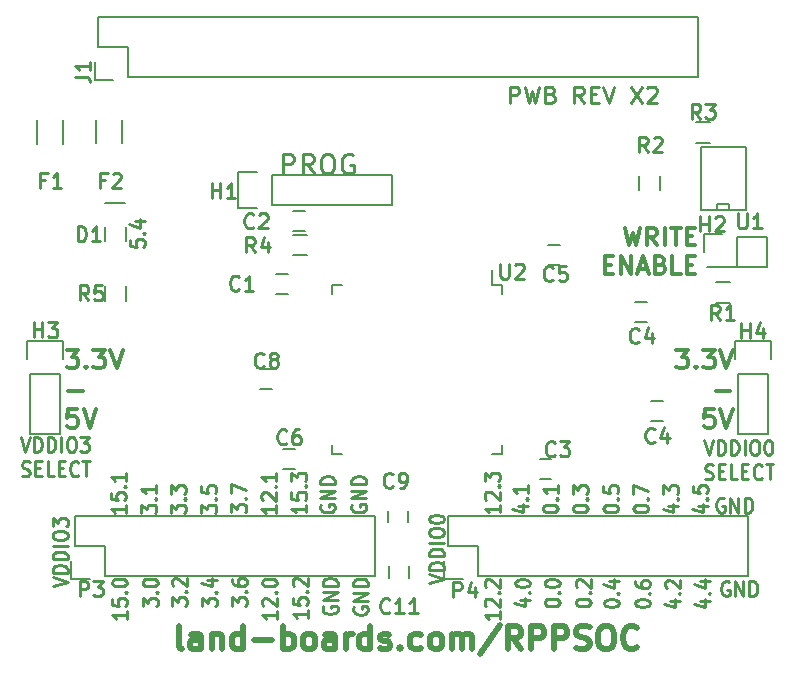
<source format=gto>
G04 #@! TF.FileFunction,Legend,Top*
%FSLAX46Y46*%
G04 Gerber Fmt 4.6, Leading zero omitted, Abs format (unit mm)*
G04 Created by KiCad (PCBNEW 4.0.1-stable) date 5/14/2016 10:44:53 PM*
%MOMM*%
G01*
G04 APERTURE LIST*
%ADD10C,0.150000*%
%ADD11C,0.300000*%
%ADD12C,0.285750*%
%ADD13C,0.200000*%
%ADD14C,0.476250*%
%ADD15C,0.127000*%
%ADD16C,0.254000*%
G04 APERTURE END LIST*
D10*
D11*
X4417786Y-29120155D02*
X5400524Y-29120155D01*
X4871357Y-29724917D01*
X5098143Y-29724917D01*
X5249333Y-29800512D01*
X5324929Y-29876107D01*
X5400524Y-30027298D01*
X5400524Y-30405274D01*
X5324929Y-30556464D01*
X5249333Y-30632060D01*
X5098143Y-30707655D01*
X4644571Y-30707655D01*
X4493381Y-30632060D01*
X4417786Y-30556464D01*
X6080881Y-30556464D02*
X6156476Y-30632060D01*
X6080881Y-30707655D01*
X6005286Y-30632060D01*
X6080881Y-30556464D01*
X6080881Y-30707655D01*
X6685643Y-29120155D02*
X7668381Y-29120155D01*
X7139214Y-29724917D01*
X7366000Y-29724917D01*
X7517190Y-29800512D01*
X7592786Y-29876107D01*
X7668381Y-30027298D01*
X7668381Y-30405274D01*
X7592786Y-30556464D01*
X7517190Y-30632060D01*
X7366000Y-30707655D01*
X6912428Y-30707655D01*
X6761238Y-30632060D01*
X6685643Y-30556464D01*
X8121952Y-29120155D02*
X8651119Y-30707655D01*
X9180286Y-29120155D01*
X4568976Y-32625393D02*
X5778500Y-32625393D01*
X5324929Y-34165155D02*
X4568976Y-34165155D01*
X4493381Y-34921107D01*
X4568976Y-34845512D01*
X4720167Y-34769917D01*
X5098143Y-34769917D01*
X5249333Y-34845512D01*
X5324929Y-34921107D01*
X5400524Y-35072298D01*
X5400524Y-35450274D01*
X5324929Y-35601464D01*
X5249333Y-35677060D01*
X5098143Y-35752655D01*
X4720167Y-35752655D01*
X4568976Y-35677060D01*
X4493381Y-35601464D01*
X5854095Y-34165155D02*
X6383262Y-35752655D01*
X6912429Y-34165155D01*
D12*
X22745095Y-14208881D02*
X22745095Y-12557881D01*
X23374048Y-12557881D01*
X23531286Y-12636500D01*
X23609905Y-12715119D01*
X23688524Y-12872357D01*
X23688524Y-13108214D01*
X23609905Y-13265452D01*
X23531286Y-13344071D01*
X23374048Y-13422690D01*
X22745095Y-13422690D01*
X25339524Y-14208881D02*
X24789190Y-13422690D01*
X24396095Y-14208881D02*
X24396095Y-12557881D01*
X25025048Y-12557881D01*
X25182286Y-12636500D01*
X25260905Y-12715119D01*
X25339524Y-12872357D01*
X25339524Y-13108214D01*
X25260905Y-13265452D01*
X25182286Y-13344071D01*
X25025048Y-13422690D01*
X24396095Y-13422690D01*
X26361571Y-12557881D02*
X26676048Y-12557881D01*
X26833286Y-12636500D01*
X26990524Y-12793738D01*
X27069143Y-13108214D01*
X27069143Y-13658548D01*
X26990524Y-13973024D01*
X26833286Y-14130262D01*
X26676048Y-14208881D01*
X26361571Y-14208881D01*
X26204333Y-14130262D01*
X26047095Y-13973024D01*
X25968476Y-13658548D01*
X25968476Y-13108214D01*
X26047095Y-12793738D01*
X26204333Y-12636500D01*
X26361571Y-12557881D01*
X28641524Y-12636500D02*
X28484286Y-12557881D01*
X28248429Y-12557881D01*
X28012571Y-12636500D01*
X27855333Y-12793738D01*
X27776714Y-12950976D01*
X27698095Y-13265452D01*
X27698095Y-13501310D01*
X27776714Y-13815786D01*
X27855333Y-13973024D01*
X28012571Y-14130262D01*
X28248429Y-14208881D01*
X28405667Y-14208881D01*
X28641524Y-14130262D01*
X28720143Y-14051643D01*
X28720143Y-13501310D01*
X28405667Y-13501310D01*
X9780524Y-19828571D02*
X9780524Y-20372857D01*
X10385286Y-20427286D01*
X10324810Y-20372857D01*
X10264333Y-20264000D01*
X10264333Y-19991857D01*
X10324810Y-19883000D01*
X10385286Y-19828571D01*
X10506238Y-19774143D01*
X10808619Y-19774143D01*
X10929571Y-19828571D01*
X10990048Y-19883000D01*
X11050524Y-19991857D01*
X11050524Y-20264000D01*
X10990048Y-20372857D01*
X10929571Y-20427286D01*
X10929571Y-19284286D02*
X10990048Y-19229858D01*
X11050524Y-19284286D01*
X10990048Y-19338715D01*
X10929571Y-19284286D01*
X11050524Y-19284286D01*
X10203857Y-18250143D02*
X11050524Y-18250143D01*
X9720048Y-18522286D02*
X10627190Y-18794429D01*
X10627190Y-18086857D01*
D13*
X7682000Y-16708000D02*
X9333000Y-16708000D01*
D11*
X51697714Y-18806571D02*
X52054857Y-20306571D01*
X52340571Y-19235143D01*
X52626285Y-20306571D01*
X52983428Y-18806571D01*
X54412000Y-20306571D02*
X53912000Y-19592286D01*
X53554857Y-20306571D02*
X53554857Y-18806571D01*
X54126285Y-18806571D01*
X54269143Y-18878000D01*
X54340571Y-18949429D01*
X54412000Y-19092286D01*
X54412000Y-19306571D01*
X54340571Y-19449429D01*
X54269143Y-19520857D01*
X54126285Y-19592286D01*
X53554857Y-19592286D01*
X55054857Y-20306571D02*
X55054857Y-18806571D01*
X55554857Y-18806571D02*
X56412000Y-18806571D01*
X55983429Y-20306571D02*
X55983429Y-18806571D01*
X56912000Y-19520857D02*
X57412000Y-19520857D01*
X57626286Y-20306571D02*
X56912000Y-20306571D01*
X56912000Y-18806571D01*
X57626286Y-18806571D01*
X49983428Y-21920857D02*
X50483428Y-21920857D01*
X50697714Y-22706571D02*
X49983428Y-22706571D01*
X49983428Y-21206571D01*
X50697714Y-21206571D01*
X51340571Y-22706571D02*
X51340571Y-21206571D01*
X52197714Y-22706571D01*
X52197714Y-21206571D01*
X52840571Y-22278000D02*
X53554857Y-22278000D01*
X52697714Y-22706571D02*
X53197714Y-21206571D01*
X53697714Y-22706571D01*
X54697714Y-21920857D02*
X54912000Y-21992286D01*
X54983428Y-22063714D01*
X55054857Y-22206571D01*
X55054857Y-22420857D01*
X54983428Y-22563714D01*
X54912000Y-22635143D01*
X54769142Y-22706571D01*
X54197714Y-22706571D01*
X54197714Y-21206571D01*
X54697714Y-21206571D01*
X54840571Y-21278000D01*
X54912000Y-21349429D01*
X54983428Y-21492286D01*
X54983428Y-21635143D01*
X54912000Y-21778000D01*
X54840571Y-21849429D01*
X54697714Y-21920857D01*
X54197714Y-21920857D01*
X56412000Y-22706571D02*
X55697714Y-22706571D01*
X55697714Y-21206571D01*
X56912000Y-21920857D02*
X57412000Y-21920857D01*
X57626286Y-22706571D02*
X56912000Y-22706571D01*
X56912000Y-21206571D01*
X57626286Y-21206571D01*
D12*
X58387657Y-36773849D02*
X58768657Y-38043849D01*
X59149657Y-36773849D01*
X59530657Y-38043849D02*
X59530657Y-36773849D01*
X59802800Y-36773849D01*
X59966085Y-36834325D01*
X60074943Y-36955277D01*
X60129371Y-37076230D01*
X60183800Y-37318135D01*
X60183800Y-37499563D01*
X60129371Y-37741468D01*
X60074943Y-37862420D01*
X59966085Y-37983373D01*
X59802800Y-38043849D01*
X59530657Y-38043849D01*
X60673657Y-38043849D02*
X60673657Y-36773849D01*
X60945800Y-36773849D01*
X61109085Y-36834325D01*
X61217943Y-36955277D01*
X61272371Y-37076230D01*
X61326800Y-37318135D01*
X61326800Y-37499563D01*
X61272371Y-37741468D01*
X61217943Y-37862420D01*
X61109085Y-37983373D01*
X60945800Y-38043849D01*
X60673657Y-38043849D01*
X61816657Y-38043849D02*
X61816657Y-36773849D01*
X62578657Y-36773849D02*
X62796371Y-36773849D01*
X62905229Y-36834325D01*
X63014086Y-36955277D01*
X63068514Y-37197182D01*
X63068514Y-37620515D01*
X63014086Y-37862420D01*
X62905229Y-37983373D01*
X62796371Y-38043849D01*
X62578657Y-38043849D01*
X62469800Y-37983373D01*
X62360943Y-37862420D01*
X62306514Y-37620515D01*
X62306514Y-37197182D01*
X62360943Y-36955277D01*
X62469800Y-36834325D01*
X62578657Y-36773849D01*
X63776086Y-36773849D02*
X63884943Y-36773849D01*
X63993800Y-36834325D01*
X64048229Y-36894801D01*
X64102658Y-37015754D01*
X64157086Y-37257658D01*
X64157086Y-37560039D01*
X64102658Y-37801944D01*
X64048229Y-37922896D01*
X63993800Y-37983373D01*
X63884943Y-38043849D01*
X63776086Y-38043849D01*
X63667229Y-37983373D01*
X63612800Y-37922896D01*
X63558372Y-37801944D01*
X63503943Y-37560039D01*
X63503943Y-37257658D01*
X63558372Y-37015754D01*
X63612800Y-36894801D01*
X63667229Y-36834325D01*
X63776086Y-36773849D01*
X58496514Y-40047123D02*
X58659800Y-40107599D01*
X58931943Y-40107599D01*
X59040800Y-40047123D01*
X59095229Y-39986646D01*
X59149657Y-39865694D01*
X59149657Y-39744742D01*
X59095229Y-39623789D01*
X59040800Y-39563313D01*
X58931943Y-39502837D01*
X58714229Y-39442361D01*
X58605371Y-39381885D01*
X58550943Y-39321408D01*
X58496514Y-39200456D01*
X58496514Y-39079504D01*
X58550943Y-38958551D01*
X58605371Y-38898075D01*
X58714229Y-38837599D01*
X58986371Y-38837599D01*
X59149657Y-38898075D01*
X59639514Y-39442361D02*
X60020514Y-39442361D01*
X60183800Y-40107599D02*
X59639514Y-40107599D01*
X59639514Y-38837599D01*
X60183800Y-38837599D01*
X61217943Y-40107599D02*
X60673657Y-40107599D01*
X60673657Y-38837599D01*
X61598943Y-39442361D02*
X61979943Y-39442361D01*
X62143229Y-40107599D02*
X61598943Y-40107599D01*
X61598943Y-38837599D01*
X62143229Y-38837599D01*
X63286229Y-39986646D02*
X63231800Y-40047123D01*
X63068514Y-40107599D01*
X62959657Y-40107599D01*
X62796372Y-40047123D01*
X62687514Y-39926170D01*
X62633086Y-39805218D01*
X62578657Y-39563313D01*
X62578657Y-39381885D01*
X62633086Y-39139980D01*
X62687514Y-39019027D01*
X62796372Y-38898075D01*
X62959657Y-38837599D01*
X63068514Y-38837599D01*
X63231800Y-38898075D01*
X63286229Y-38958551D01*
X63612800Y-38837599D02*
X64265943Y-38837599D01*
X63939372Y-40107599D02*
X63939372Y-38837599D01*
D11*
X56046310Y-29120155D02*
X57029048Y-29120155D01*
X56499881Y-29724917D01*
X56726667Y-29724917D01*
X56877857Y-29800512D01*
X56953453Y-29876107D01*
X57029048Y-30027298D01*
X57029048Y-30405274D01*
X56953453Y-30556464D01*
X56877857Y-30632060D01*
X56726667Y-30707655D01*
X56273095Y-30707655D01*
X56121905Y-30632060D01*
X56046310Y-30556464D01*
X57709405Y-30556464D02*
X57785000Y-30632060D01*
X57709405Y-30707655D01*
X57633810Y-30632060D01*
X57709405Y-30556464D01*
X57709405Y-30707655D01*
X58314167Y-29120155D02*
X59296905Y-29120155D01*
X58767738Y-29724917D01*
X58994524Y-29724917D01*
X59145714Y-29800512D01*
X59221310Y-29876107D01*
X59296905Y-30027298D01*
X59296905Y-30405274D01*
X59221310Y-30556464D01*
X59145714Y-30632060D01*
X58994524Y-30707655D01*
X58540952Y-30707655D01*
X58389762Y-30632060D01*
X58314167Y-30556464D01*
X59750476Y-29120155D02*
X60279643Y-30707655D01*
X60808810Y-29120155D01*
X59372500Y-32625393D02*
X60582024Y-32625393D01*
X59221310Y-34165155D02*
X58465357Y-34165155D01*
X58389762Y-34921107D01*
X58465357Y-34845512D01*
X58616548Y-34769917D01*
X58994524Y-34769917D01*
X59145714Y-34845512D01*
X59221310Y-34921107D01*
X59296905Y-35072298D01*
X59296905Y-35450274D01*
X59221310Y-35601464D01*
X59145714Y-35677060D01*
X58994524Y-35752655D01*
X58616548Y-35752655D01*
X58465357Y-35677060D01*
X58389762Y-35601464D01*
X59750476Y-34165155D02*
X60279643Y-35752655D01*
X60808810Y-34165155D01*
D12*
X526457Y-36519849D02*
X907457Y-37789849D01*
X1288457Y-36519849D01*
X1669457Y-37789849D02*
X1669457Y-36519849D01*
X1941600Y-36519849D01*
X2104885Y-36580325D01*
X2213743Y-36701277D01*
X2268171Y-36822230D01*
X2322600Y-37064135D01*
X2322600Y-37245563D01*
X2268171Y-37487468D01*
X2213743Y-37608420D01*
X2104885Y-37729373D01*
X1941600Y-37789849D01*
X1669457Y-37789849D01*
X2812457Y-37789849D02*
X2812457Y-36519849D01*
X3084600Y-36519849D01*
X3247885Y-36580325D01*
X3356743Y-36701277D01*
X3411171Y-36822230D01*
X3465600Y-37064135D01*
X3465600Y-37245563D01*
X3411171Y-37487468D01*
X3356743Y-37608420D01*
X3247885Y-37729373D01*
X3084600Y-37789849D01*
X2812457Y-37789849D01*
X3955457Y-37789849D02*
X3955457Y-36519849D01*
X4717457Y-36519849D02*
X4935171Y-36519849D01*
X5044029Y-36580325D01*
X5152886Y-36701277D01*
X5207314Y-36943182D01*
X5207314Y-37366515D01*
X5152886Y-37608420D01*
X5044029Y-37729373D01*
X4935171Y-37789849D01*
X4717457Y-37789849D01*
X4608600Y-37729373D01*
X4499743Y-37608420D01*
X4445314Y-37366515D01*
X4445314Y-36943182D01*
X4499743Y-36701277D01*
X4608600Y-36580325D01*
X4717457Y-36519849D01*
X5588315Y-36519849D02*
X6295886Y-36519849D01*
X5914886Y-37003658D01*
X6078172Y-37003658D01*
X6187029Y-37064135D01*
X6241458Y-37124611D01*
X6295886Y-37245563D01*
X6295886Y-37547944D01*
X6241458Y-37668896D01*
X6187029Y-37729373D01*
X6078172Y-37789849D01*
X5751600Y-37789849D01*
X5642743Y-37729373D01*
X5588315Y-37668896D01*
X635314Y-39793123D02*
X798600Y-39853599D01*
X1070743Y-39853599D01*
X1179600Y-39793123D01*
X1234029Y-39732646D01*
X1288457Y-39611694D01*
X1288457Y-39490742D01*
X1234029Y-39369789D01*
X1179600Y-39309313D01*
X1070743Y-39248837D01*
X853029Y-39188361D01*
X744171Y-39127885D01*
X689743Y-39067408D01*
X635314Y-38946456D01*
X635314Y-38825504D01*
X689743Y-38704551D01*
X744171Y-38644075D01*
X853029Y-38583599D01*
X1125171Y-38583599D01*
X1288457Y-38644075D01*
X1778314Y-39188361D02*
X2159314Y-39188361D01*
X2322600Y-39853599D02*
X1778314Y-39853599D01*
X1778314Y-38583599D01*
X2322600Y-38583599D01*
X3356743Y-39853599D02*
X2812457Y-39853599D01*
X2812457Y-38583599D01*
X3737743Y-39188361D02*
X4118743Y-39188361D01*
X4282029Y-39853599D02*
X3737743Y-39853599D01*
X3737743Y-38583599D01*
X4282029Y-38583599D01*
X5425029Y-39732646D02*
X5370600Y-39793123D01*
X5207314Y-39853599D01*
X5098457Y-39853599D01*
X4935172Y-39793123D01*
X4826314Y-39672170D01*
X4771886Y-39551218D01*
X4717457Y-39309313D01*
X4717457Y-39127885D01*
X4771886Y-38885980D01*
X4826314Y-38765027D01*
X4935172Y-38644075D01*
X5098457Y-38583599D01*
X5207314Y-38583599D01*
X5370600Y-38644075D01*
X5425029Y-38704551D01*
X5751600Y-38583599D02*
X6404743Y-38583599D01*
X6078172Y-39853599D02*
X6078172Y-38583599D01*
X28738600Y-50918172D02*
X28678124Y-51027029D01*
X28678124Y-51190315D01*
X28738600Y-51353600D01*
X28859552Y-51462458D01*
X28980505Y-51516886D01*
X29222410Y-51571315D01*
X29403838Y-51571315D01*
X29645743Y-51516886D01*
X29766695Y-51462458D01*
X29887648Y-51353600D01*
X29948124Y-51190315D01*
X29948124Y-51081458D01*
X29887648Y-50918172D01*
X29827171Y-50863743D01*
X29403838Y-50863743D01*
X29403838Y-51081458D01*
X29948124Y-50373886D02*
X28678124Y-50373886D01*
X29948124Y-49720743D01*
X28678124Y-49720743D01*
X29948124Y-49176457D02*
X28678124Y-49176457D01*
X28678124Y-48904314D01*
X28738600Y-48741029D01*
X28859552Y-48632171D01*
X28980505Y-48577743D01*
X29222410Y-48523314D01*
X29403838Y-48523314D01*
X29645743Y-48577743D01*
X29766695Y-48632171D01*
X29887648Y-48741029D01*
X29948124Y-48904314D01*
X29948124Y-49176457D01*
X57854257Y-42362000D02*
X58700924Y-42362000D01*
X57370448Y-42634143D02*
X58277590Y-42906286D01*
X58277590Y-42198714D01*
X58579971Y-41763286D02*
X58640448Y-41708858D01*
X58700924Y-41763286D01*
X58640448Y-41817715D01*
X58579971Y-41763286D01*
X58700924Y-41763286D01*
X57430924Y-40674714D02*
X57430924Y-41219000D01*
X58035686Y-41273429D01*
X57975210Y-41219000D01*
X57914733Y-41110143D01*
X57914733Y-40838000D01*
X57975210Y-40729143D01*
X58035686Y-40674714D01*
X58156638Y-40620286D01*
X58459019Y-40620286D01*
X58579971Y-40674714D01*
X58640448Y-40729143D01*
X58700924Y-40838000D01*
X58700924Y-41110143D01*
X58640448Y-41219000D01*
X58579971Y-41273429D01*
X58057457Y-50366628D02*
X58904124Y-50366628D01*
X57573648Y-50638771D02*
X58480790Y-50910914D01*
X58480790Y-50203342D01*
X58783171Y-49767914D02*
X58843648Y-49713486D01*
X58904124Y-49767914D01*
X58843648Y-49822343D01*
X58783171Y-49767914D01*
X58904124Y-49767914D01*
X58057457Y-48733771D02*
X58904124Y-48733771D01*
X57573648Y-49005914D02*
X58480790Y-49278057D01*
X58480790Y-48570485D01*
X55365057Y-42362000D02*
X56211724Y-42362000D01*
X54881248Y-42634143D02*
X55788390Y-42906286D01*
X55788390Y-42198714D01*
X56090771Y-41763286D02*
X56151248Y-41708858D01*
X56211724Y-41763286D01*
X56151248Y-41817715D01*
X56090771Y-41763286D01*
X56211724Y-41763286D01*
X54941724Y-41327857D02*
X54941724Y-40620286D01*
X55425533Y-41001286D01*
X55425533Y-40838000D01*
X55486010Y-40729143D01*
X55546486Y-40674714D01*
X55667438Y-40620286D01*
X55969819Y-40620286D01*
X56090771Y-40674714D01*
X56151248Y-40729143D01*
X56211724Y-40838000D01*
X56211724Y-41164572D01*
X56151248Y-41273429D01*
X56090771Y-41327857D01*
X52401724Y-42634143D02*
X52401724Y-42525286D01*
X52462200Y-42416429D01*
X52522676Y-42362000D01*
X52643629Y-42307571D01*
X52885533Y-42253143D01*
X53187914Y-42253143D01*
X53429819Y-42307571D01*
X53550771Y-42362000D01*
X53611248Y-42416429D01*
X53671724Y-42525286D01*
X53671724Y-42634143D01*
X53611248Y-42743000D01*
X53550771Y-42797429D01*
X53429819Y-42851857D01*
X53187914Y-42906286D01*
X52885533Y-42906286D01*
X52643629Y-42851857D01*
X52522676Y-42797429D01*
X52462200Y-42743000D01*
X52401724Y-42634143D01*
X53550771Y-41763286D02*
X53611248Y-41708858D01*
X53671724Y-41763286D01*
X53611248Y-41817715D01*
X53550771Y-41763286D01*
X53671724Y-41763286D01*
X52401724Y-41327857D02*
X52401724Y-40565857D01*
X53671724Y-41055714D01*
X49861724Y-42634143D02*
X49861724Y-42525286D01*
X49922200Y-42416429D01*
X49982676Y-42362000D01*
X50103629Y-42307571D01*
X50345533Y-42253143D01*
X50647914Y-42253143D01*
X50889819Y-42307571D01*
X51010771Y-42362000D01*
X51071248Y-42416429D01*
X51131724Y-42525286D01*
X51131724Y-42634143D01*
X51071248Y-42743000D01*
X51010771Y-42797429D01*
X50889819Y-42851857D01*
X50647914Y-42906286D01*
X50345533Y-42906286D01*
X50103629Y-42851857D01*
X49982676Y-42797429D01*
X49922200Y-42743000D01*
X49861724Y-42634143D01*
X51010771Y-41763286D02*
X51071248Y-41708858D01*
X51131724Y-41763286D01*
X51071248Y-41817715D01*
X51010771Y-41763286D01*
X51131724Y-41763286D01*
X49861724Y-40674714D02*
X49861724Y-41219000D01*
X50466486Y-41273429D01*
X50406010Y-41219000D01*
X50345533Y-41110143D01*
X50345533Y-40838000D01*
X50406010Y-40729143D01*
X50466486Y-40674714D01*
X50587438Y-40620286D01*
X50889819Y-40620286D01*
X51010771Y-40674714D01*
X51071248Y-40729143D01*
X51131724Y-40838000D01*
X51131724Y-41110143D01*
X51071248Y-41219000D01*
X51010771Y-41273429D01*
X47270924Y-42634143D02*
X47270924Y-42525286D01*
X47331400Y-42416429D01*
X47391876Y-42362000D01*
X47512829Y-42307571D01*
X47754733Y-42253143D01*
X48057114Y-42253143D01*
X48299019Y-42307571D01*
X48419971Y-42362000D01*
X48480448Y-42416429D01*
X48540924Y-42525286D01*
X48540924Y-42634143D01*
X48480448Y-42743000D01*
X48419971Y-42797429D01*
X48299019Y-42851857D01*
X48057114Y-42906286D01*
X47754733Y-42906286D01*
X47512829Y-42851857D01*
X47391876Y-42797429D01*
X47331400Y-42743000D01*
X47270924Y-42634143D01*
X48419971Y-41763286D02*
X48480448Y-41708858D01*
X48540924Y-41763286D01*
X48480448Y-41817715D01*
X48419971Y-41763286D01*
X48540924Y-41763286D01*
X47270924Y-41327857D02*
X47270924Y-40620286D01*
X47754733Y-41001286D01*
X47754733Y-40838000D01*
X47815210Y-40729143D01*
X47875686Y-40674714D01*
X47996638Y-40620286D01*
X48299019Y-40620286D01*
X48419971Y-40674714D01*
X48480448Y-40729143D01*
X48540924Y-40838000D01*
X48540924Y-41164572D01*
X48480448Y-41273429D01*
X48419971Y-41327857D01*
X44730924Y-42634143D02*
X44730924Y-42525286D01*
X44791400Y-42416429D01*
X44851876Y-42362000D01*
X44972829Y-42307571D01*
X45214733Y-42253143D01*
X45517114Y-42253143D01*
X45759019Y-42307571D01*
X45879971Y-42362000D01*
X45940448Y-42416429D01*
X46000924Y-42525286D01*
X46000924Y-42634143D01*
X45940448Y-42743000D01*
X45879971Y-42797429D01*
X45759019Y-42851857D01*
X45517114Y-42906286D01*
X45214733Y-42906286D01*
X44972829Y-42851857D01*
X44851876Y-42797429D01*
X44791400Y-42743000D01*
X44730924Y-42634143D01*
X45879971Y-41763286D02*
X45940448Y-41708858D01*
X46000924Y-41763286D01*
X45940448Y-41817715D01*
X45879971Y-41763286D01*
X46000924Y-41763286D01*
X46000924Y-40620286D02*
X46000924Y-41273429D01*
X46000924Y-40946857D02*
X44730924Y-40946857D01*
X44912352Y-41055714D01*
X45033305Y-41164572D01*
X45093781Y-41273429D01*
X42614257Y-42362000D02*
X43460924Y-42362000D01*
X42130448Y-42634143D02*
X43037590Y-42906286D01*
X43037590Y-42198714D01*
X43339971Y-41763286D02*
X43400448Y-41708858D01*
X43460924Y-41763286D01*
X43400448Y-41817715D01*
X43339971Y-41763286D01*
X43460924Y-41763286D01*
X43460924Y-40620286D02*
X43460924Y-41273429D01*
X43460924Y-40946857D02*
X42190924Y-40946857D01*
X42372352Y-41055714D01*
X42493305Y-41164572D01*
X42553781Y-41273429D01*
X55517457Y-50366628D02*
X56364124Y-50366628D01*
X55033648Y-50638771D02*
X55940790Y-50910914D01*
X55940790Y-50203342D01*
X56243171Y-49767914D02*
X56303648Y-49713486D01*
X56364124Y-49767914D01*
X56303648Y-49822343D01*
X56243171Y-49767914D01*
X56364124Y-49767914D01*
X55215076Y-49278057D02*
X55154600Y-49223628D01*
X55094124Y-49114771D01*
X55094124Y-48842628D01*
X55154600Y-48733771D01*
X55215076Y-48679342D01*
X55336029Y-48624914D01*
X55456981Y-48624914D01*
X55638410Y-48679342D01*
X56364124Y-49332485D01*
X56364124Y-48624914D01*
X52554124Y-50638771D02*
X52554124Y-50529914D01*
X52614600Y-50421057D01*
X52675076Y-50366628D01*
X52796029Y-50312199D01*
X53037933Y-50257771D01*
X53340314Y-50257771D01*
X53582219Y-50312199D01*
X53703171Y-50366628D01*
X53763648Y-50421057D01*
X53824124Y-50529914D01*
X53824124Y-50638771D01*
X53763648Y-50747628D01*
X53703171Y-50802057D01*
X53582219Y-50856485D01*
X53340314Y-50910914D01*
X53037933Y-50910914D01*
X52796029Y-50856485D01*
X52675076Y-50802057D01*
X52614600Y-50747628D01*
X52554124Y-50638771D01*
X53703171Y-49767914D02*
X53763648Y-49713486D01*
X53824124Y-49767914D01*
X53763648Y-49822343D01*
X53703171Y-49767914D01*
X53824124Y-49767914D01*
X52554124Y-48733771D02*
X52554124Y-48951485D01*
X52614600Y-49060342D01*
X52675076Y-49114771D01*
X52856505Y-49223628D01*
X53098410Y-49278057D01*
X53582219Y-49278057D01*
X53703171Y-49223628D01*
X53763648Y-49169200D01*
X53824124Y-49060342D01*
X53824124Y-48842628D01*
X53763648Y-48733771D01*
X53703171Y-48679342D01*
X53582219Y-48624914D01*
X53279838Y-48624914D01*
X53158886Y-48679342D01*
X53098410Y-48733771D01*
X53037933Y-48842628D01*
X53037933Y-49060342D01*
X53098410Y-49169200D01*
X53158886Y-49223628D01*
X53279838Y-49278057D01*
X49912524Y-50638771D02*
X49912524Y-50529914D01*
X49973000Y-50421057D01*
X50033476Y-50366628D01*
X50154429Y-50312199D01*
X50396333Y-50257771D01*
X50698714Y-50257771D01*
X50940619Y-50312199D01*
X51061571Y-50366628D01*
X51122048Y-50421057D01*
X51182524Y-50529914D01*
X51182524Y-50638771D01*
X51122048Y-50747628D01*
X51061571Y-50802057D01*
X50940619Y-50856485D01*
X50698714Y-50910914D01*
X50396333Y-50910914D01*
X50154429Y-50856485D01*
X50033476Y-50802057D01*
X49973000Y-50747628D01*
X49912524Y-50638771D01*
X51061571Y-49767914D02*
X51122048Y-49713486D01*
X51182524Y-49767914D01*
X51122048Y-49822343D01*
X51061571Y-49767914D01*
X51182524Y-49767914D01*
X50335857Y-48733771D02*
X51182524Y-48733771D01*
X49852048Y-49005914D02*
X50759190Y-49278057D01*
X50759190Y-48570485D01*
X47524924Y-50587971D02*
X47524924Y-50479114D01*
X47585400Y-50370257D01*
X47645876Y-50315828D01*
X47766829Y-50261399D01*
X48008733Y-50206971D01*
X48311114Y-50206971D01*
X48553019Y-50261399D01*
X48673971Y-50315828D01*
X48734448Y-50370257D01*
X48794924Y-50479114D01*
X48794924Y-50587971D01*
X48734448Y-50696828D01*
X48673971Y-50751257D01*
X48553019Y-50805685D01*
X48311114Y-50860114D01*
X48008733Y-50860114D01*
X47766829Y-50805685D01*
X47645876Y-50751257D01*
X47585400Y-50696828D01*
X47524924Y-50587971D01*
X48673971Y-49717114D02*
X48734448Y-49662686D01*
X48794924Y-49717114D01*
X48734448Y-49771543D01*
X48673971Y-49717114D01*
X48794924Y-49717114D01*
X47645876Y-49227257D02*
X47585400Y-49172828D01*
X47524924Y-49063971D01*
X47524924Y-48791828D01*
X47585400Y-48682971D01*
X47645876Y-48628542D01*
X47766829Y-48574114D01*
X47887781Y-48574114D01*
X48069210Y-48628542D01*
X48794924Y-49281685D01*
X48794924Y-48574114D01*
X44883324Y-50587971D02*
X44883324Y-50479114D01*
X44943800Y-50370257D01*
X45004276Y-50315828D01*
X45125229Y-50261399D01*
X45367133Y-50206971D01*
X45669514Y-50206971D01*
X45911419Y-50261399D01*
X46032371Y-50315828D01*
X46092848Y-50370257D01*
X46153324Y-50479114D01*
X46153324Y-50587971D01*
X46092848Y-50696828D01*
X46032371Y-50751257D01*
X45911419Y-50805685D01*
X45669514Y-50860114D01*
X45367133Y-50860114D01*
X45125229Y-50805685D01*
X45004276Y-50751257D01*
X44943800Y-50696828D01*
X44883324Y-50587971D01*
X46032371Y-49717114D02*
X46092848Y-49662686D01*
X46153324Y-49717114D01*
X46092848Y-49771543D01*
X46032371Y-49717114D01*
X46153324Y-49717114D01*
X44883324Y-48955114D02*
X44883324Y-48846257D01*
X44943800Y-48737400D01*
X45004276Y-48682971D01*
X45125229Y-48628542D01*
X45367133Y-48574114D01*
X45669514Y-48574114D01*
X45911419Y-48628542D01*
X46032371Y-48682971D01*
X46092848Y-48737400D01*
X46153324Y-48846257D01*
X46153324Y-48955114D01*
X46092848Y-49063971D01*
X46032371Y-49118400D01*
X45911419Y-49172828D01*
X45669514Y-49227257D01*
X45367133Y-49227257D01*
X45125229Y-49172828D01*
X45004276Y-49118400D01*
X44943800Y-49063971D01*
X44883324Y-48955114D01*
X42817457Y-50315828D02*
X43664124Y-50315828D01*
X42333648Y-50587971D02*
X43240790Y-50860114D01*
X43240790Y-50152542D01*
X43543171Y-49717114D02*
X43603648Y-49662686D01*
X43664124Y-49717114D01*
X43603648Y-49771543D01*
X43543171Y-49717114D01*
X43664124Y-49717114D01*
X42394124Y-48955114D02*
X42394124Y-48846257D01*
X42454600Y-48737400D01*
X42515076Y-48682971D01*
X42636029Y-48628542D01*
X42877933Y-48574114D01*
X43180314Y-48574114D01*
X43422219Y-48628542D01*
X43543171Y-48682971D01*
X43603648Y-48737400D01*
X43664124Y-48846257D01*
X43664124Y-48955114D01*
X43603648Y-49063971D01*
X43543171Y-49118400D01*
X43422219Y-49172828D01*
X43180314Y-49227257D01*
X42877933Y-49227257D01*
X42636029Y-49172828D01*
X42515076Y-49118400D01*
X42454600Y-49063971D01*
X42394124Y-48955114D01*
X41073324Y-42253143D02*
X41073324Y-42906286D01*
X41073324Y-42579714D02*
X39803324Y-42579714D01*
X39984752Y-42688571D01*
X40105705Y-42797429D01*
X40166181Y-42906286D01*
X39924276Y-41817715D02*
X39863800Y-41763286D01*
X39803324Y-41654429D01*
X39803324Y-41382286D01*
X39863800Y-41273429D01*
X39924276Y-41219000D01*
X40045229Y-41164572D01*
X40166181Y-41164572D01*
X40347610Y-41219000D01*
X41073324Y-41872143D01*
X41073324Y-41164572D01*
X40952371Y-40674715D02*
X41012848Y-40620287D01*
X41073324Y-40674715D01*
X41012848Y-40729144D01*
X40952371Y-40674715D01*
X41073324Y-40674715D01*
X39803324Y-40239286D02*
X39803324Y-39531715D01*
X40287133Y-39912715D01*
X40287133Y-39749429D01*
X40347610Y-39640572D01*
X40408086Y-39586143D01*
X40529038Y-39531715D01*
X40831419Y-39531715D01*
X40952371Y-39586143D01*
X41012848Y-39640572D01*
X41073324Y-39749429D01*
X41073324Y-40076001D01*
X41012848Y-40184858D01*
X40952371Y-40239286D01*
X41073324Y-51295542D02*
X41073324Y-51948685D01*
X41073324Y-51622113D02*
X39803324Y-51622113D01*
X39984752Y-51730970D01*
X40105705Y-51839828D01*
X40166181Y-51948685D01*
X39924276Y-50860114D02*
X39863800Y-50805685D01*
X39803324Y-50696828D01*
X39803324Y-50424685D01*
X39863800Y-50315828D01*
X39924276Y-50261399D01*
X40045229Y-50206971D01*
X40166181Y-50206971D01*
X40347610Y-50261399D01*
X41073324Y-50914542D01*
X41073324Y-50206971D01*
X40952371Y-49717114D02*
X41012848Y-49662686D01*
X41073324Y-49717114D01*
X41012848Y-49771543D01*
X40952371Y-49717114D01*
X41073324Y-49717114D01*
X39924276Y-49227257D02*
X39863800Y-49172828D01*
X39803324Y-49063971D01*
X39803324Y-48791828D01*
X39863800Y-48682971D01*
X39924276Y-48628542D01*
X40045229Y-48574114D01*
X40166181Y-48574114D01*
X40347610Y-48628542D01*
X41073324Y-49281685D01*
X41073324Y-48574114D01*
X60492228Y-48788200D02*
X60383371Y-48727724D01*
X60220085Y-48727724D01*
X60056800Y-48788200D01*
X59947942Y-48909152D01*
X59893514Y-49030105D01*
X59839085Y-49272010D01*
X59839085Y-49453438D01*
X59893514Y-49695343D01*
X59947942Y-49816295D01*
X60056800Y-49937248D01*
X60220085Y-49997724D01*
X60328942Y-49997724D01*
X60492228Y-49937248D01*
X60546657Y-49876771D01*
X60546657Y-49453438D01*
X60328942Y-49453438D01*
X61036514Y-49997724D02*
X61036514Y-48727724D01*
X61689657Y-49997724D01*
X61689657Y-48727724D01*
X62233943Y-49997724D02*
X62233943Y-48727724D01*
X62506086Y-48727724D01*
X62669371Y-48788200D01*
X62778229Y-48909152D01*
X62832657Y-49030105D01*
X62887086Y-49272010D01*
X62887086Y-49453438D01*
X62832657Y-49695343D01*
X62778229Y-49816295D01*
X62669371Y-49937248D01*
X62506086Y-49997724D01*
X62233943Y-49997724D01*
X35118524Y-48913143D02*
X36388524Y-48532143D01*
X35118524Y-48151143D01*
X36388524Y-47770143D02*
X35118524Y-47770143D01*
X35118524Y-47498000D01*
X35179000Y-47334715D01*
X35299952Y-47225857D01*
X35420905Y-47171429D01*
X35662810Y-47117000D01*
X35844238Y-47117000D01*
X36086143Y-47171429D01*
X36207095Y-47225857D01*
X36328048Y-47334715D01*
X36388524Y-47498000D01*
X36388524Y-47770143D01*
X36388524Y-46627143D02*
X35118524Y-46627143D01*
X35118524Y-46355000D01*
X35179000Y-46191715D01*
X35299952Y-46082857D01*
X35420905Y-46028429D01*
X35662810Y-45974000D01*
X35844238Y-45974000D01*
X36086143Y-46028429D01*
X36207095Y-46082857D01*
X36328048Y-46191715D01*
X36388524Y-46355000D01*
X36388524Y-46627143D01*
X36388524Y-45484143D02*
X35118524Y-45484143D01*
X35118524Y-44722143D02*
X35118524Y-44504429D01*
X35179000Y-44395571D01*
X35299952Y-44286714D01*
X35541857Y-44232286D01*
X35965190Y-44232286D01*
X36207095Y-44286714D01*
X36328048Y-44395571D01*
X36388524Y-44504429D01*
X36388524Y-44722143D01*
X36328048Y-44831000D01*
X36207095Y-44939857D01*
X35965190Y-44994286D01*
X35541857Y-44994286D01*
X35299952Y-44939857D01*
X35179000Y-44831000D01*
X35118524Y-44722143D01*
X35118524Y-43524714D02*
X35118524Y-43415857D01*
X35179000Y-43307000D01*
X35239476Y-43252571D01*
X35360429Y-43198142D01*
X35602333Y-43143714D01*
X35904714Y-43143714D01*
X36146619Y-43198142D01*
X36267571Y-43252571D01*
X36328048Y-43307000D01*
X36388524Y-43415857D01*
X36388524Y-43524714D01*
X36328048Y-43633571D01*
X36267571Y-43688000D01*
X36146619Y-43742428D01*
X35904714Y-43796857D01*
X35602333Y-43796857D01*
X35360429Y-43742428D01*
X35239476Y-43688000D01*
X35179000Y-43633571D01*
X35118524Y-43524714D01*
X28586200Y-42253143D02*
X28525724Y-42362000D01*
X28525724Y-42525286D01*
X28586200Y-42688571D01*
X28707152Y-42797429D01*
X28828105Y-42851857D01*
X29070010Y-42906286D01*
X29251438Y-42906286D01*
X29493343Y-42851857D01*
X29614295Y-42797429D01*
X29735248Y-42688571D01*
X29795724Y-42525286D01*
X29795724Y-42416429D01*
X29735248Y-42253143D01*
X29674771Y-42198714D01*
X29251438Y-42198714D01*
X29251438Y-42416429D01*
X29795724Y-41708857D02*
X28525724Y-41708857D01*
X29795724Y-41055714D01*
X28525724Y-41055714D01*
X29795724Y-40511428D02*
X28525724Y-40511428D01*
X28525724Y-40239285D01*
X28586200Y-40076000D01*
X28707152Y-39967142D01*
X28828105Y-39912714D01*
X29070010Y-39858285D01*
X29251438Y-39858285D01*
X29493343Y-39912714D01*
X29614295Y-39967142D01*
X29735248Y-40076000D01*
X29795724Y-40239285D01*
X29795724Y-40511428D01*
X25944600Y-42253143D02*
X25884124Y-42362000D01*
X25884124Y-42525286D01*
X25944600Y-42688571D01*
X26065552Y-42797429D01*
X26186505Y-42851857D01*
X26428410Y-42906286D01*
X26609838Y-42906286D01*
X26851743Y-42851857D01*
X26972695Y-42797429D01*
X27093648Y-42688571D01*
X27154124Y-42525286D01*
X27154124Y-42416429D01*
X27093648Y-42253143D01*
X27033171Y-42198714D01*
X26609838Y-42198714D01*
X26609838Y-42416429D01*
X27154124Y-41708857D02*
X25884124Y-41708857D01*
X27154124Y-41055714D01*
X25884124Y-41055714D01*
X27154124Y-40511428D02*
X25884124Y-40511428D01*
X25884124Y-40239285D01*
X25944600Y-40076000D01*
X26065552Y-39967142D01*
X26186505Y-39912714D01*
X26428410Y-39858285D01*
X26609838Y-39858285D01*
X26851743Y-39912714D01*
X26972695Y-39967142D01*
X27093648Y-40076000D01*
X27154124Y-40239285D01*
X27154124Y-40511428D01*
X24715724Y-42253143D02*
X24715724Y-42906286D01*
X24715724Y-42579714D02*
X23445724Y-42579714D01*
X23627152Y-42688571D01*
X23748105Y-42797429D01*
X23808581Y-42906286D01*
X23445724Y-41219000D02*
X23445724Y-41763286D01*
X24050486Y-41817715D01*
X23990010Y-41763286D01*
X23929533Y-41654429D01*
X23929533Y-41382286D01*
X23990010Y-41273429D01*
X24050486Y-41219000D01*
X24171438Y-41164572D01*
X24473819Y-41164572D01*
X24594771Y-41219000D01*
X24655248Y-41273429D01*
X24715724Y-41382286D01*
X24715724Y-41654429D01*
X24655248Y-41763286D01*
X24594771Y-41817715D01*
X24594771Y-40674715D02*
X24655248Y-40620287D01*
X24715724Y-40674715D01*
X24655248Y-40729144D01*
X24594771Y-40674715D01*
X24715724Y-40674715D01*
X23445724Y-40239286D02*
X23445724Y-39531715D01*
X23929533Y-39912715D01*
X23929533Y-39749429D01*
X23990010Y-39640572D01*
X24050486Y-39586143D01*
X24171438Y-39531715D01*
X24473819Y-39531715D01*
X24594771Y-39586143D01*
X24655248Y-39640572D01*
X24715724Y-39749429D01*
X24715724Y-40076001D01*
X24655248Y-40184858D01*
X24594771Y-40239286D01*
X22175724Y-42303943D02*
X22175724Y-42957086D01*
X22175724Y-42630514D02*
X20905724Y-42630514D01*
X21087152Y-42739371D01*
X21208105Y-42848229D01*
X21268581Y-42957086D01*
X21026676Y-41868515D02*
X20966200Y-41814086D01*
X20905724Y-41705229D01*
X20905724Y-41433086D01*
X20966200Y-41324229D01*
X21026676Y-41269800D01*
X21147629Y-41215372D01*
X21268581Y-41215372D01*
X21450010Y-41269800D01*
X22175724Y-41922943D01*
X22175724Y-41215372D01*
X22054771Y-40725515D02*
X22115248Y-40671087D01*
X22175724Y-40725515D01*
X22115248Y-40779944D01*
X22054771Y-40725515D01*
X22175724Y-40725515D01*
X22175724Y-39582515D02*
X22175724Y-40235658D01*
X22175724Y-39909086D02*
X20905724Y-39909086D01*
X21087152Y-40017943D01*
X21208105Y-40126801D01*
X21268581Y-40235658D01*
X18365724Y-42909914D02*
X18365724Y-42202343D01*
X18849533Y-42583343D01*
X18849533Y-42420057D01*
X18910010Y-42311200D01*
X18970486Y-42256771D01*
X19091438Y-42202343D01*
X19393819Y-42202343D01*
X19514771Y-42256771D01*
X19575248Y-42311200D01*
X19635724Y-42420057D01*
X19635724Y-42746629D01*
X19575248Y-42855486D01*
X19514771Y-42909914D01*
X19514771Y-41712486D02*
X19575248Y-41658058D01*
X19635724Y-41712486D01*
X19575248Y-41766915D01*
X19514771Y-41712486D01*
X19635724Y-41712486D01*
X18365724Y-41277057D02*
X18365724Y-40515057D01*
X19635724Y-41004914D01*
X15825724Y-42960714D02*
X15825724Y-42253143D01*
X16309533Y-42634143D01*
X16309533Y-42470857D01*
X16370010Y-42362000D01*
X16430486Y-42307571D01*
X16551438Y-42253143D01*
X16853819Y-42253143D01*
X16974771Y-42307571D01*
X17035248Y-42362000D01*
X17095724Y-42470857D01*
X17095724Y-42797429D01*
X17035248Y-42906286D01*
X16974771Y-42960714D01*
X16974771Y-41763286D02*
X17035248Y-41708858D01*
X17095724Y-41763286D01*
X17035248Y-41817715D01*
X16974771Y-41763286D01*
X17095724Y-41763286D01*
X15825724Y-40674714D02*
X15825724Y-41219000D01*
X16430486Y-41273429D01*
X16370010Y-41219000D01*
X16309533Y-41110143D01*
X16309533Y-40838000D01*
X16370010Y-40729143D01*
X16430486Y-40674714D01*
X16551438Y-40620286D01*
X16853819Y-40620286D01*
X16974771Y-40674714D01*
X17035248Y-40729143D01*
X17095724Y-40838000D01*
X17095724Y-41110143D01*
X17035248Y-41219000D01*
X16974771Y-41273429D01*
X13234924Y-42960714D02*
X13234924Y-42253143D01*
X13718733Y-42634143D01*
X13718733Y-42470857D01*
X13779210Y-42362000D01*
X13839686Y-42307571D01*
X13960638Y-42253143D01*
X14263019Y-42253143D01*
X14383971Y-42307571D01*
X14444448Y-42362000D01*
X14504924Y-42470857D01*
X14504924Y-42797429D01*
X14444448Y-42906286D01*
X14383971Y-42960714D01*
X14383971Y-41763286D02*
X14444448Y-41708858D01*
X14504924Y-41763286D01*
X14444448Y-41817715D01*
X14383971Y-41763286D01*
X14504924Y-41763286D01*
X13234924Y-41327857D02*
X13234924Y-40620286D01*
X13718733Y-41001286D01*
X13718733Y-40838000D01*
X13779210Y-40729143D01*
X13839686Y-40674714D01*
X13960638Y-40620286D01*
X14263019Y-40620286D01*
X14383971Y-40674714D01*
X14444448Y-40729143D01*
X14504924Y-40838000D01*
X14504924Y-41164572D01*
X14444448Y-41273429D01*
X14383971Y-41327857D01*
X60085828Y-41727000D02*
X59976971Y-41666524D01*
X59813685Y-41666524D01*
X59650400Y-41727000D01*
X59541542Y-41847952D01*
X59487114Y-41968905D01*
X59432685Y-42210810D01*
X59432685Y-42392238D01*
X59487114Y-42634143D01*
X59541542Y-42755095D01*
X59650400Y-42876048D01*
X59813685Y-42936524D01*
X59922542Y-42936524D01*
X60085828Y-42876048D01*
X60140257Y-42815571D01*
X60140257Y-42392238D01*
X59922542Y-42392238D01*
X60630114Y-42936524D02*
X60630114Y-41666524D01*
X61283257Y-42936524D01*
X61283257Y-41666524D01*
X61827543Y-42936524D02*
X61827543Y-41666524D01*
X62099686Y-41666524D01*
X62262971Y-41727000D01*
X62371829Y-41847952D01*
X62426257Y-41968905D01*
X62480686Y-42210810D01*
X62480686Y-42392238D01*
X62426257Y-42634143D01*
X62371829Y-42755095D01*
X62262971Y-42876048D01*
X62099686Y-42936524D01*
X61827543Y-42936524D01*
X3227324Y-49161943D02*
X4497324Y-48780943D01*
X3227324Y-48399943D01*
X4497324Y-48018943D02*
X3227324Y-48018943D01*
X3227324Y-47746800D01*
X3287800Y-47583515D01*
X3408752Y-47474657D01*
X3529705Y-47420229D01*
X3771610Y-47365800D01*
X3953038Y-47365800D01*
X4194943Y-47420229D01*
X4315895Y-47474657D01*
X4436848Y-47583515D01*
X4497324Y-47746800D01*
X4497324Y-48018943D01*
X4497324Y-46875943D02*
X3227324Y-46875943D01*
X3227324Y-46603800D01*
X3287800Y-46440515D01*
X3408752Y-46331657D01*
X3529705Y-46277229D01*
X3771610Y-46222800D01*
X3953038Y-46222800D01*
X4194943Y-46277229D01*
X4315895Y-46331657D01*
X4436848Y-46440515D01*
X4497324Y-46603800D01*
X4497324Y-46875943D01*
X4497324Y-45732943D02*
X3227324Y-45732943D01*
X3227324Y-44970943D02*
X3227324Y-44753229D01*
X3287800Y-44644371D01*
X3408752Y-44535514D01*
X3650657Y-44481086D01*
X4073990Y-44481086D01*
X4315895Y-44535514D01*
X4436848Y-44644371D01*
X4497324Y-44753229D01*
X4497324Y-44970943D01*
X4436848Y-45079800D01*
X4315895Y-45188657D01*
X4073990Y-45243086D01*
X3650657Y-45243086D01*
X3408752Y-45188657D01*
X3287800Y-45079800D01*
X3227324Y-44970943D01*
X3227324Y-44100085D02*
X3227324Y-43392514D01*
X3711133Y-43773514D01*
X3711133Y-43610228D01*
X3771610Y-43501371D01*
X3832086Y-43446942D01*
X3953038Y-43392514D01*
X4255419Y-43392514D01*
X4376371Y-43446942D01*
X4436848Y-43501371D01*
X4497324Y-43610228D01*
X4497324Y-43936800D01*
X4436848Y-44045657D01*
X4376371Y-44100085D01*
X26147800Y-50867372D02*
X26087324Y-50976229D01*
X26087324Y-51139515D01*
X26147800Y-51302800D01*
X26268752Y-51411658D01*
X26389705Y-51466086D01*
X26631610Y-51520515D01*
X26813038Y-51520515D01*
X27054943Y-51466086D01*
X27175895Y-51411658D01*
X27296848Y-51302800D01*
X27357324Y-51139515D01*
X27357324Y-51030658D01*
X27296848Y-50867372D01*
X27236371Y-50812943D01*
X26813038Y-50812943D01*
X26813038Y-51030658D01*
X27357324Y-50323086D02*
X26087324Y-50323086D01*
X27357324Y-49669943D01*
X26087324Y-49669943D01*
X27357324Y-49125657D02*
X26087324Y-49125657D01*
X26087324Y-48853514D01*
X26147800Y-48690229D01*
X26268752Y-48581371D01*
X26389705Y-48526943D01*
X26631610Y-48472514D01*
X26813038Y-48472514D01*
X27054943Y-48526943D01*
X27175895Y-48581371D01*
X27296848Y-48690229D01*
X27357324Y-48853514D01*
X27357324Y-49125657D01*
X24817324Y-51193942D02*
X24817324Y-51847085D01*
X24817324Y-51520513D02*
X23547324Y-51520513D01*
X23728752Y-51629370D01*
X23849705Y-51738228D01*
X23910181Y-51847085D01*
X23547324Y-50159799D02*
X23547324Y-50704085D01*
X24152086Y-50758514D01*
X24091610Y-50704085D01*
X24031133Y-50595228D01*
X24031133Y-50323085D01*
X24091610Y-50214228D01*
X24152086Y-50159799D01*
X24273038Y-50105371D01*
X24575419Y-50105371D01*
X24696371Y-50159799D01*
X24756848Y-50214228D01*
X24817324Y-50323085D01*
X24817324Y-50595228D01*
X24756848Y-50704085D01*
X24696371Y-50758514D01*
X24696371Y-49615514D02*
X24756848Y-49561086D01*
X24817324Y-49615514D01*
X24756848Y-49669943D01*
X24696371Y-49615514D01*
X24817324Y-49615514D01*
X23668276Y-49125657D02*
X23607800Y-49071228D01*
X23547324Y-48962371D01*
X23547324Y-48690228D01*
X23607800Y-48581371D01*
X23668276Y-48526942D01*
X23789229Y-48472514D01*
X23910181Y-48472514D01*
X24091610Y-48526942D01*
X24817324Y-49180085D01*
X24817324Y-48472514D01*
X22226524Y-51244742D02*
X22226524Y-51897885D01*
X22226524Y-51571313D02*
X20956524Y-51571313D01*
X21137952Y-51680170D01*
X21258905Y-51789028D01*
X21319381Y-51897885D01*
X21077476Y-50809314D02*
X21017000Y-50754885D01*
X20956524Y-50646028D01*
X20956524Y-50373885D01*
X21017000Y-50265028D01*
X21077476Y-50210599D01*
X21198429Y-50156171D01*
X21319381Y-50156171D01*
X21500810Y-50210599D01*
X22226524Y-50863742D01*
X22226524Y-50156171D01*
X22105571Y-49666314D02*
X22166048Y-49611886D01*
X22226524Y-49666314D01*
X22166048Y-49720743D01*
X22105571Y-49666314D01*
X22226524Y-49666314D01*
X20956524Y-48904314D02*
X20956524Y-48795457D01*
X21017000Y-48686600D01*
X21077476Y-48632171D01*
X21198429Y-48577742D01*
X21440333Y-48523314D01*
X21742714Y-48523314D01*
X21984619Y-48577742D01*
X22105571Y-48632171D01*
X22166048Y-48686600D01*
X22226524Y-48795457D01*
X22226524Y-48904314D01*
X22166048Y-49013171D01*
X22105571Y-49067600D01*
X21984619Y-49122028D01*
X21742714Y-49176457D01*
X21440333Y-49176457D01*
X21198429Y-49122028D01*
X21077476Y-49067600D01*
X21017000Y-49013171D01*
X20956524Y-48904314D01*
X18416524Y-50812942D02*
X18416524Y-50105371D01*
X18900333Y-50486371D01*
X18900333Y-50323085D01*
X18960810Y-50214228D01*
X19021286Y-50159799D01*
X19142238Y-50105371D01*
X19444619Y-50105371D01*
X19565571Y-50159799D01*
X19626048Y-50214228D01*
X19686524Y-50323085D01*
X19686524Y-50649657D01*
X19626048Y-50758514D01*
X19565571Y-50812942D01*
X19565571Y-49615514D02*
X19626048Y-49561086D01*
X19686524Y-49615514D01*
X19626048Y-49669943D01*
X19565571Y-49615514D01*
X19686524Y-49615514D01*
X18416524Y-48581371D02*
X18416524Y-48799085D01*
X18477000Y-48907942D01*
X18537476Y-48962371D01*
X18718905Y-49071228D01*
X18960810Y-49125657D01*
X19444619Y-49125657D01*
X19565571Y-49071228D01*
X19626048Y-49016800D01*
X19686524Y-48907942D01*
X19686524Y-48690228D01*
X19626048Y-48581371D01*
X19565571Y-48526942D01*
X19444619Y-48472514D01*
X19142238Y-48472514D01*
X19021286Y-48526942D01*
X18960810Y-48581371D01*
X18900333Y-48690228D01*
X18900333Y-48907942D01*
X18960810Y-49016800D01*
X19021286Y-49071228D01*
X19142238Y-49125657D01*
X15876524Y-50863742D02*
X15876524Y-50156171D01*
X16360333Y-50537171D01*
X16360333Y-50373885D01*
X16420810Y-50265028D01*
X16481286Y-50210599D01*
X16602238Y-50156171D01*
X16904619Y-50156171D01*
X17025571Y-50210599D01*
X17086048Y-50265028D01*
X17146524Y-50373885D01*
X17146524Y-50700457D01*
X17086048Y-50809314D01*
X17025571Y-50863742D01*
X17025571Y-49666314D02*
X17086048Y-49611886D01*
X17146524Y-49666314D01*
X17086048Y-49720743D01*
X17025571Y-49666314D01*
X17146524Y-49666314D01*
X16299857Y-48632171D02*
X17146524Y-48632171D01*
X15816048Y-48904314D02*
X16723190Y-49176457D01*
X16723190Y-48468885D01*
X13336524Y-50812942D02*
X13336524Y-50105371D01*
X13820333Y-50486371D01*
X13820333Y-50323085D01*
X13880810Y-50214228D01*
X13941286Y-50159799D01*
X14062238Y-50105371D01*
X14364619Y-50105371D01*
X14485571Y-50159799D01*
X14546048Y-50214228D01*
X14606524Y-50323085D01*
X14606524Y-50649657D01*
X14546048Y-50758514D01*
X14485571Y-50812942D01*
X14485571Y-49615514D02*
X14546048Y-49561086D01*
X14606524Y-49615514D01*
X14546048Y-49669943D01*
X14485571Y-49615514D01*
X14606524Y-49615514D01*
X13457476Y-49125657D02*
X13397000Y-49071228D01*
X13336524Y-48962371D01*
X13336524Y-48690228D01*
X13397000Y-48581371D01*
X13457476Y-48526942D01*
X13578429Y-48472514D01*
X13699381Y-48472514D01*
X13880810Y-48526942D01*
X14606524Y-49180085D01*
X14606524Y-48472514D01*
X10745724Y-42960714D02*
X10745724Y-42253143D01*
X11229533Y-42634143D01*
X11229533Y-42470857D01*
X11290010Y-42362000D01*
X11350486Y-42307571D01*
X11471438Y-42253143D01*
X11773819Y-42253143D01*
X11894771Y-42307571D01*
X11955248Y-42362000D01*
X12015724Y-42470857D01*
X12015724Y-42797429D01*
X11955248Y-42906286D01*
X11894771Y-42960714D01*
X11894771Y-41763286D02*
X11955248Y-41708858D01*
X12015724Y-41763286D01*
X11955248Y-41817715D01*
X11894771Y-41763286D01*
X12015724Y-41763286D01*
X12015724Y-40620286D02*
X12015724Y-41273429D01*
X12015724Y-40946857D02*
X10745724Y-40946857D01*
X10927152Y-41055714D01*
X11048105Y-41164572D01*
X11108581Y-41273429D01*
X10847324Y-50863742D02*
X10847324Y-50156171D01*
X11331133Y-50537171D01*
X11331133Y-50373885D01*
X11391610Y-50265028D01*
X11452086Y-50210599D01*
X11573038Y-50156171D01*
X11875419Y-50156171D01*
X11996371Y-50210599D01*
X12056848Y-50265028D01*
X12117324Y-50373885D01*
X12117324Y-50700457D01*
X12056848Y-50809314D01*
X11996371Y-50863742D01*
X11996371Y-49666314D02*
X12056848Y-49611886D01*
X12117324Y-49666314D01*
X12056848Y-49720743D01*
X11996371Y-49666314D01*
X12117324Y-49666314D01*
X10847324Y-48904314D02*
X10847324Y-48795457D01*
X10907800Y-48686600D01*
X10968276Y-48632171D01*
X11089229Y-48577742D01*
X11331133Y-48523314D01*
X11633514Y-48523314D01*
X11875419Y-48577742D01*
X11996371Y-48632171D01*
X12056848Y-48686600D01*
X12117324Y-48795457D01*
X12117324Y-48904314D01*
X12056848Y-49013171D01*
X11996371Y-49067600D01*
X11875419Y-49122028D01*
X11633514Y-49176457D01*
X11331133Y-49176457D01*
X11089229Y-49122028D01*
X10968276Y-49067600D01*
X10907800Y-49013171D01*
X10847324Y-48904314D01*
X9424924Y-42303943D02*
X9424924Y-42957086D01*
X9424924Y-42630514D02*
X8154924Y-42630514D01*
X8336352Y-42739371D01*
X8457305Y-42848229D01*
X8517781Y-42957086D01*
X8154924Y-41269800D02*
X8154924Y-41814086D01*
X8759686Y-41868515D01*
X8699210Y-41814086D01*
X8638733Y-41705229D01*
X8638733Y-41433086D01*
X8699210Y-41324229D01*
X8759686Y-41269800D01*
X8880638Y-41215372D01*
X9183019Y-41215372D01*
X9303971Y-41269800D01*
X9364448Y-41324229D01*
X9424924Y-41433086D01*
X9424924Y-41705229D01*
X9364448Y-41814086D01*
X9303971Y-41868515D01*
X9303971Y-40725515D02*
X9364448Y-40671087D01*
X9424924Y-40725515D01*
X9364448Y-40779944D01*
X9303971Y-40725515D01*
X9424924Y-40725515D01*
X9424924Y-39582515D02*
X9424924Y-40235658D01*
X9424924Y-39909086D02*
X8154924Y-39909086D01*
X8336352Y-40017943D01*
X8457305Y-40126801D01*
X8517781Y-40235658D01*
X9526524Y-51244742D02*
X9526524Y-51897885D01*
X9526524Y-51571313D02*
X8256524Y-51571313D01*
X8437952Y-51680170D01*
X8558905Y-51789028D01*
X8619381Y-51897885D01*
X8256524Y-50210599D02*
X8256524Y-50754885D01*
X8861286Y-50809314D01*
X8800810Y-50754885D01*
X8740333Y-50646028D01*
X8740333Y-50373885D01*
X8800810Y-50265028D01*
X8861286Y-50210599D01*
X8982238Y-50156171D01*
X9284619Y-50156171D01*
X9405571Y-50210599D01*
X9466048Y-50265028D01*
X9526524Y-50373885D01*
X9526524Y-50646028D01*
X9466048Y-50754885D01*
X9405571Y-50809314D01*
X9405571Y-49666314D02*
X9466048Y-49611886D01*
X9526524Y-49666314D01*
X9466048Y-49720743D01*
X9405571Y-49666314D01*
X9526524Y-49666314D01*
X8256524Y-48904314D02*
X8256524Y-48795457D01*
X8317000Y-48686600D01*
X8377476Y-48632171D01*
X8498429Y-48577742D01*
X8740333Y-48523314D01*
X9042714Y-48523314D01*
X9284619Y-48577742D01*
X9405571Y-48632171D01*
X9466048Y-48686600D01*
X9526524Y-48795457D01*
X9526524Y-48904314D01*
X9466048Y-49013171D01*
X9405571Y-49067600D01*
X9284619Y-49122028D01*
X9042714Y-49176457D01*
X8740333Y-49176457D01*
X8498429Y-49122028D01*
X8377476Y-49067600D01*
X8317000Y-49013171D01*
X8256524Y-48904314D01*
X41946286Y-8251976D02*
X41946286Y-6854976D01*
X42478477Y-6854976D01*
X42611524Y-6921500D01*
X42678048Y-6988024D01*
X42744572Y-7121071D01*
X42744572Y-7320643D01*
X42678048Y-7453690D01*
X42611524Y-7520214D01*
X42478477Y-7586738D01*
X41946286Y-7586738D01*
X43210238Y-6854976D02*
X43542857Y-8251976D01*
X43808953Y-7254119D01*
X44075048Y-8251976D01*
X44407667Y-6854976D01*
X45405524Y-7520214D02*
X45605095Y-7586738D01*
X45671619Y-7653262D01*
X45738143Y-7786310D01*
X45738143Y-7985881D01*
X45671619Y-8118929D01*
X45605095Y-8185452D01*
X45472048Y-8251976D01*
X44939857Y-8251976D01*
X44939857Y-6854976D01*
X45405524Y-6854976D01*
X45538571Y-6921500D01*
X45605095Y-6988024D01*
X45671619Y-7121071D01*
X45671619Y-7254119D01*
X45605095Y-7387167D01*
X45538571Y-7453690D01*
X45405524Y-7520214D01*
X44939857Y-7520214D01*
X48199524Y-8251976D02*
X47733857Y-7586738D01*
X47401238Y-8251976D02*
X47401238Y-6854976D01*
X47933429Y-6854976D01*
X48066476Y-6921500D01*
X48133000Y-6988024D01*
X48199524Y-7121071D01*
X48199524Y-7320643D01*
X48133000Y-7453690D01*
X48066476Y-7520214D01*
X47933429Y-7586738D01*
X47401238Y-7586738D01*
X48798238Y-7520214D02*
X49263905Y-7520214D01*
X49463476Y-8251976D02*
X48798238Y-8251976D01*
X48798238Y-6854976D01*
X49463476Y-6854976D01*
X49862619Y-6854976D02*
X50328285Y-8251976D01*
X50793952Y-6854976D01*
X52190952Y-6854976D02*
X53122286Y-8251976D01*
X53122286Y-6854976D02*
X52190952Y-8251976D01*
X53587952Y-6988024D02*
X53654476Y-6921500D01*
X53787524Y-6854976D01*
X54120143Y-6854976D01*
X54253190Y-6921500D01*
X54319714Y-6988024D01*
X54386238Y-7121071D01*
X54386238Y-7254119D01*
X54319714Y-7453690D01*
X53521428Y-8251976D01*
X54386238Y-8251976D01*
D14*
X14198297Y-54455786D02*
X14010821Y-54365071D01*
X13917082Y-54183643D01*
X13917082Y-52550786D01*
X15791844Y-54455786D02*
X15791844Y-53457929D01*
X15698106Y-53276500D01*
X15510630Y-53185786D01*
X15135678Y-53185786D01*
X14948201Y-53276500D01*
X15791844Y-54365071D02*
X15604368Y-54455786D01*
X15135678Y-54455786D01*
X14948201Y-54365071D01*
X14854463Y-54183643D01*
X14854463Y-54002214D01*
X14948201Y-53820786D01*
X15135678Y-53730071D01*
X15604368Y-53730071D01*
X15791844Y-53639357D01*
X16729225Y-53185786D02*
X16729225Y-54455786D01*
X16729225Y-53367214D02*
X16822964Y-53276500D01*
X17010440Y-53185786D01*
X17291654Y-53185786D01*
X17479130Y-53276500D01*
X17572868Y-53457929D01*
X17572868Y-54455786D01*
X19353892Y-54455786D02*
X19353892Y-52550786D01*
X19353892Y-54365071D02*
X19166416Y-54455786D01*
X18791464Y-54455786D01*
X18603988Y-54365071D01*
X18510249Y-54274357D01*
X18416511Y-54092929D01*
X18416511Y-53548643D01*
X18510249Y-53367214D01*
X18603988Y-53276500D01*
X18791464Y-53185786D01*
X19166416Y-53185786D01*
X19353892Y-53276500D01*
X20291273Y-53730071D02*
X21791083Y-53730071D01*
X22728463Y-54455786D02*
X22728463Y-52550786D01*
X22728463Y-53276500D02*
X22915940Y-53185786D01*
X23290892Y-53185786D01*
X23478368Y-53276500D01*
X23572106Y-53367214D01*
X23665844Y-53548643D01*
X23665844Y-54092929D01*
X23572106Y-54274357D01*
X23478368Y-54365071D01*
X23290892Y-54455786D01*
X22915940Y-54455786D01*
X22728463Y-54365071D01*
X24790702Y-54455786D02*
X24603226Y-54365071D01*
X24509487Y-54274357D01*
X24415749Y-54092929D01*
X24415749Y-53548643D01*
X24509487Y-53367214D01*
X24603226Y-53276500D01*
X24790702Y-53185786D01*
X25071916Y-53185786D01*
X25259392Y-53276500D01*
X25353130Y-53367214D01*
X25446868Y-53548643D01*
X25446868Y-54092929D01*
X25353130Y-54274357D01*
X25259392Y-54365071D01*
X25071916Y-54455786D01*
X24790702Y-54455786D01*
X27134154Y-54455786D02*
X27134154Y-53457929D01*
X27040416Y-53276500D01*
X26852940Y-53185786D01*
X26477988Y-53185786D01*
X26290511Y-53276500D01*
X27134154Y-54365071D02*
X26946678Y-54455786D01*
X26477988Y-54455786D01*
X26290511Y-54365071D01*
X26196773Y-54183643D01*
X26196773Y-54002214D01*
X26290511Y-53820786D01*
X26477988Y-53730071D01*
X26946678Y-53730071D01*
X27134154Y-53639357D01*
X28071535Y-54455786D02*
X28071535Y-53185786D01*
X28071535Y-53548643D02*
X28165274Y-53367214D01*
X28259012Y-53276500D01*
X28446488Y-53185786D01*
X28633964Y-53185786D01*
X30133773Y-54455786D02*
X30133773Y-52550786D01*
X30133773Y-54365071D02*
X29946297Y-54455786D01*
X29571345Y-54455786D01*
X29383869Y-54365071D01*
X29290130Y-54274357D01*
X29196392Y-54092929D01*
X29196392Y-53548643D01*
X29290130Y-53367214D01*
X29383869Y-53276500D01*
X29571345Y-53185786D01*
X29946297Y-53185786D01*
X30133773Y-53276500D01*
X30977416Y-54365071D02*
X31164893Y-54455786D01*
X31539845Y-54455786D01*
X31727321Y-54365071D01*
X31821059Y-54183643D01*
X31821059Y-54092929D01*
X31727321Y-53911500D01*
X31539845Y-53820786D01*
X31258631Y-53820786D01*
X31071154Y-53730071D01*
X30977416Y-53548643D01*
X30977416Y-53457929D01*
X31071154Y-53276500D01*
X31258631Y-53185786D01*
X31539845Y-53185786D01*
X31727321Y-53276500D01*
X32664702Y-54274357D02*
X32758441Y-54365071D01*
X32664702Y-54455786D01*
X32570964Y-54365071D01*
X32664702Y-54274357D01*
X32664702Y-54455786D01*
X34445726Y-54365071D02*
X34258250Y-54455786D01*
X33883298Y-54455786D01*
X33695822Y-54365071D01*
X33602083Y-54274357D01*
X33508345Y-54092929D01*
X33508345Y-53548643D01*
X33602083Y-53367214D01*
X33695822Y-53276500D01*
X33883298Y-53185786D01*
X34258250Y-53185786D01*
X34445726Y-53276500D01*
X35570584Y-54455786D02*
X35383108Y-54365071D01*
X35289369Y-54274357D01*
X35195631Y-54092929D01*
X35195631Y-53548643D01*
X35289369Y-53367214D01*
X35383108Y-53276500D01*
X35570584Y-53185786D01*
X35851798Y-53185786D01*
X36039274Y-53276500D01*
X36133012Y-53367214D01*
X36226750Y-53548643D01*
X36226750Y-54092929D01*
X36133012Y-54274357D01*
X36039274Y-54365071D01*
X35851798Y-54455786D01*
X35570584Y-54455786D01*
X37070393Y-54455786D02*
X37070393Y-53185786D01*
X37070393Y-53367214D02*
X37164132Y-53276500D01*
X37351608Y-53185786D01*
X37632822Y-53185786D01*
X37820298Y-53276500D01*
X37914036Y-53457929D01*
X37914036Y-54455786D01*
X37914036Y-53457929D02*
X38007774Y-53276500D01*
X38195251Y-53185786D01*
X38476465Y-53185786D01*
X38663941Y-53276500D01*
X38757679Y-53457929D01*
X38757679Y-54455786D01*
X41101132Y-52460071D02*
X39413846Y-54909357D01*
X42882156Y-54455786D02*
X42225989Y-53548643D01*
X41757298Y-54455786D02*
X41757298Y-52550786D01*
X42507203Y-52550786D01*
X42694679Y-52641500D01*
X42788418Y-52732214D01*
X42882156Y-52913643D01*
X42882156Y-53185786D01*
X42788418Y-53367214D01*
X42694679Y-53457929D01*
X42507203Y-53548643D01*
X41757298Y-53548643D01*
X43725798Y-54455786D02*
X43725798Y-52550786D01*
X44475703Y-52550786D01*
X44663179Y-52641500D01*
X44756918Y-52732214D01*
X44850656Y-52913643D01*
X44850656Y-53185786D01*
X44756918Y-53367214D01*
X44663179Y-53457929D01*
X44475703Y-53548643D01*
X43725798Y-53548643D01*
X45694298Y-54455786D02*
X45694298Y-52550786D01*
X46444203Y-52550786D01*
X46631679Y-52641500D01*
X46725418Y-52732214D01*
X46819156Y-52913643D01*
X46819156Y-53185786D01*
X46725418Y-53367214D01*
X46631679Y-53457929D01*
X46444203Y-53548643D01*
X45694298Y-53548643D01*
X47569060Y-54365071D02*
X47850275Y-54455786D01*
X48318965Y-54455786D01*
X48506441Y-54365071D01*
X48600179Y-54274357D01*
X48693918Y-54092929D01*
X48693918Y-53911500D01*
X48600179Y-53730071D01*
X48506441Y-53639357D01*
X48318965Y-53548643D01*
X47944013Y-53457929D01*
X47756537Y-53367214D01*
X47662798Y-53276500D01*
X47569060Y-53095071D01*
X47569060Y-52913643D01*
X47662798Y-52732214D01*
X47756537Y-52641500D01*
X47944013Y-52550786D01*
X48412703Y-52550786D01*
X48693918Y-52641500D01*
X49912513Y-52550786D02*
X50287465Y-52550786D01*
X50474941Y-52641500D01*
X50662418Y-52822929D01*
X50756156Y-53185786D01*
X50756156Y-53820786D01*
X50662418Y-54183643D01*
X50474941Y-54365071D01*
X50287465Y-54455786D01*
X49912513Y-54455786D01*
X49725037Y-54365071D01*
X49537560Y-54183643D01*
X49443822Y-53820786D01*
X49443822Y-53185786D01*
X49537560Y-52822929D01*
X49725037Y-52641500D01*
X49912513Y-52550786D01*
X52724656Y-54274357D02*
X52630918Y-54365071D01*
X52349703Y-54455786D01*
X52162227Y-54455786D01*
X51881013Y-54365071D01*
X51693537Y-54183643D01*
X51599798Y-54002214D01*
X51506060Y-53639357D01*
X51506060Y-53367214D01*
X51599798Y-53004357D01*
X51693537Y-52822929D01*
X51881013Y-52641500D01*
X52162227Y-52550786D01*
X52349703Y-52550786D01*
X52630918Y-52641500D01*
X52724656Y-52732214D01*
D10*
X41273000Y-23630000D02*
X40473000Y-23630000D01*
X41273000Y-37980000D02*
X40473000Y-37980000D01*
X26923000Y-37980000D02*
X27723000Y-37980000D01*
X26923000Y-23630000D02*
X27723000Y-23630000D01*
X41273000Y-23630000D02*
X41273000Y-24430000D01*
X26923000Y-23630000D02*
X26923000Y-24430000D01*
X26923000Y-37980000D02*
X26923000Y-37180000D01*
X41273000Y-37980000D02*
X41273000Y-37180000D01*
X40473000Y-23630000D02*
X40473000Y-22355000D01*
X20509000Y-17165800D02*
X18959000Y-17165800D01*
X18959000Y-17165800D02*
X18959000Y-14065800D01*
X18959000Y-14065800D02*
X20509000Y-14065800D01*
X21779000Y-14345800D02*
X31939000Y-14345800D01*
X31939000Y-14345800D02*
X31939000Y-16885800D01*
X31939000Y-16885800D02*
X21779000Y-16885800D01*
X21779000Y-14345800D02*
X21779000Y-16885800D01*
X1925000Y-11700000D02*
X1925000Y-9700000D01*
X4075000Y-9700000D02*
X4075000Y-11700000D01*
X6926000Y-11668000D02*
X6926000Y-9668000D01*
X9076000Y-9668000D02*
X9076000Y-11668000D01*
X61276000Y-31186000D02*
X61276000Y-36266000D01*
X61276000Y-36266000D02*
X63816000Y-36266000D01*
X63816000Y-36266000D02*
X63816000Y-31186000D01*
X64096000Y-28366000D02*
X64096000Y-29916000D01*
X63816000Y-31186000D02*
X61276000Y-31186000D01*
X60996000Y-29916000D02*
X60996000Y-28366000D01*
X60996000Y-28366000D02*
X64096000Y-28366000D01*
X1332000Y-31186000D02*
X1332000Y-36266000D01*
X1332000Y-36266000D02*
X3872000Y-36266000D01*
X3872000Y-36266000D02*
X3872000Y-31186000D01*
X4152000Y-28366000D02*
X4152000Y-29916000D01*
X3872000Y-31186000D02*
X1332000Y-31186000D01*
X1052000Y-29916000D02*
X1052000Y-28366000D01*
X1052000Y-28366000D02*
X4152000Y-28366000D01*
X30491200Y-43225600D02*
X5091200Y-43225600D01*
X7631200Y-48305600D02*
X30491200Y-48305600D01*
X30491200Y-43225600D02*
X30491200Y-48305600D01*
X5091200Y-43225600D02*
X5091200Y-45765600D01*
X4811200Y-47035600D02*
X4811200Y-48585600D01*
X5091200Y-45765600D02*
X7631200Y-45765600D01*
X7631200Y-45765600D02*
X7631200Y-48305600D01*
X4811200Y-48585600D02*
X6361200Y-48585600D01*
X62088800Y-43225600D02*
X36688800Y-43225600D01*
X39228800Y-48305600D02*
X62088800Y-48305600D01*
X62088800Y-43225600D02*
X62088800Y-48305600D01*
X36688800Y-43225600D02*
X36688800Y-45765600D01*
X36408800Y-47035600D02*
X36408800Y-48585600D01*
X36688800Y-45765600D02*
X39228800Y-45765600D01*
X39228800Y-45765600D02*
X39228800Y-48305600D01*
X36408800Y-48585600D02*
X37958800Y-48585600D01*
X23565000Y-19082000D02*
X24565000Y-19082000D01*
X24565000Y-17382000D02*
X23565000Y-17382000D01*
X52586000Y-26758000D02*
X53586000Y-26758000D01*
X53586000Y-25058000D02*
X52586000Y-25058000D01*
X22741000Y-39204000D02*
X23741000Y-39204000D01*
X23741000Y-37504000D02*
X22741000Y-37504000D01*
X23592000Y-19389000D02*
X24792000Y-19389000D01*
X24792000Y-21139000D02*
X23592000Y-21139000D01*
X9420600Y-23778800D02*
X9420600Y-24978800D01*
X7670600Y-24978800D02*
X7670600Y-23778800D01*
X9420600Y-18749600D02*
X9420600Y-19949600D01*
X7670600Y-19949600D02*
X7670600Y-18749600D01*
X45469200Y-38413200D02*
X44469200Y-38413200D01*
X44469200Y-40113200D02*
X45469200Y-40113200D01*
X46220000Y-20232000D02*
X45220000Y-20232000D01*
X45220000Y-21932000D02*
X46220000Y-21932000D01*
X53918000Y-35211000D02*
X54918000Y-35211000D01*
X54918000Y-33511000D02*
X53918000Y-33511000D01*
X31597000Y-42751000D02*
X31597000Y-43751000D01*
X33297000Y-43751000D02*
X33297000Y-42751000D01*
X31724000Y-47450000D02*
X31724000Y-48450000D01*
X33424000Y-48450000D02*
X33424000Y-47450000D01*
X21836000Y-30773000D02*
X20836000Y-30773000D01*
X20836000Y-32473000D02*
X21836000Y-32473000D01*
X23168000Y-22716000D02*
X22168000Y-22716000D01*
X22168000Y-24416000D02*
X23168000Y-24416000D01*
X58392500Y-20899000D02*
X58392500Y-19349000D01*
X59942500Y-19349000D02*
X58392500Y-19349000D01*
X58672500Y-22169000D02*
X61212500Y-22169000D01*
X63752500Y-19629000D02*
X61212500Y-19629000D01*
X61212500Y-19629000D02*
X61212500Y-22169000D01*
X61212500Y-22169000D02*
X63752500Y-22169000D01*
X63752500Y-22169000D02*
X63752500Y-19629000D01*
X57900000Y-960000D02*
X7100000Y-960000D01*
X9640000Y-6040000D02*
X57900000Y-6040000D01*
X57900000Y-960000D02*
X57900000Y-6040000D01*
X7100000Y-960000D02*
X7100000Y-3500000D01*
X6820000Y-4770000D02*
X6820000Y-6320000D01*
X7100000Y-3500000D02*
X9640000Y-3500000D01*
X9640000Y-3500000D02*
X9640000Y-6040000D01*
X6820000Y-6320000D02*
X8370000Y-6320000D01*
X59406000Y-23389500D02*
X60606000Y-23389500D01*
X60606000Y-25139500D02*
X59406000Y-25139500D01*
X54658000Y-14393500D02*
X54658000Y-15593500D01*
X52908000Y-15593500D02*
X52908000Y-14393500D01*
X57691500Y-9864000D02*
X58891500Y-9864000D01*
X58891500Y-11614000D02*
X57691500Y-11614000D01*
D15*
X61784000Y-17343000D02*
X61911000Y-17343000D01*
X61911000Y-17343000D02*
X61911000Y-12009000D01*
X58101000Y-12009000D02*
X58101000Y-17343000D01*
X58101000Y-17343000D02*
X61784000Y-17343000D01*
X59498000Y-17343000D02*
X59498000Y-16835000D01*
X59498000Y-16835000D02*
X60514000Y-16835000D01*
X60514000Y-16835000D02*
X60514000Y-17343000D01*
X58101000Y-12009000D02*
X61911000Y-12009000D01*
D16*
X41156781Y-21854524D02*
X41156781Y-22882619D01*
X41217257Y-23003571D01*
X41277733Y-23064048D01*
X41398686Y-23124524D01*
X41640590Y-23124524D01*
X41761543Y-23064048D01*
X41822019Y-23003571D01*
X41882495Y-22882619D01*
X41882495Y-21854524D01*
X42426781Y-21975476D02*
X42487257Y-21915000D01*
X42608209Y-21854524D01*
X42910590Y-21854524D01*
X43031543Y-21915000D01*
X43092019Y-21975476D01*
X43152495Y-22096429D01*
X43152495Y-22217381D01*
X43092019Y-22398810D01*
X42366305Y-23124524D01*
X43152495Y-23124524D01*
X16721981Y-16317324D02*
X16721981Y-15047324D01*
X16721981Y-15652086D02*
X17447695Y-15652086D01*
X17447695Y-16317324D02*
X17447695Y-15047324D01*
X18717695Y-16317324D02*
X17991981Y-16317324D01*
X18354838Y-16317324D02*
X18354838Y-15047324D01*
X18233886Y-15228752D01*
X18112933Y-15349705D01*
X17991981Y-15410181D01*
X2624667Y-14768286D02*
X2201334Y-14768286D01*
X2201334Y-15433524D02*
X2201334Y-14163524D01*
X2806096Y-14163524D01*
X3955143Y-15433524D02*
X3229429Y-15433524D01*
X3592286Y-15433524D02*
X3592286Y-14163524D01*
X3471334Y-14344952D01*
X3350381Y-14465905D01*
X3229429Y-14526381D01*
X7704667Y-14768286D02*
X7281334Y-14768286D01*
X7281334Y-15433524D02*
X7281334Y-14163524D01*
X7886096Y-14163524D01*
X8309429Y-14284476D02*
X8369905Y-14224000D01*
X8490857Y-14163524D01*
X8793238Y-14163524D01*
X8914191Y-14224000D01*
X8974667Y-14284476D01*
X9035143Y-14405429D01*
X9035143Y-14526381D01*
X8974667Y-14707810D01*
X8248953Y-15433524D01*
X9035143Y-15433524D01*
X61516381Y-28133524D02*
X61516381Y-26863524D01*
X61516381Y-27468286D02*
X62242095Y-27468286D01*
X62242095Y-28133524D02*
X62242095Y-26863524D01*
X63391143Y-27286857D02*
X63391143Y-28133524D01*
X63088762Y-26803048D02*
X62786381Y-27710190D01*
X63572571Y-27710190D01*
X1634381Y-28077524D02*
X1634381Y-26807524D01*
X1634381Y-27412286D02*
X2360095Y-27412286D01*
X2360095Y-28077524D02*
X2360095Y-26807524D01*
X2843905Y-26807524D02*
X3630095Y-26807524D01*
X3206762Y-27291333D01*
X3388190Y-27291333D01*
X3509143Y-27351810D01*
X3569619Y-27412286D01*
X3630095Y-27533238D01*
X3630095Y-27835619D01*
X3569619Y-27956571D01*
X3509143Y-28017048D01*
X3388190Y-28077524D01*
X3025333Y-28077524D01*
X2904381Y-28017048D01*
X2843905Y-27956571D01*
X5525419Y-49997724D02*
X5525419Y-48727724D01*
X6009228Y-48727724D01*
X6130181Y-48788200D01*
X6190657Y-48848676D01*
X6251133Y-48969629D01*
X6251133Y-49151057D01*
X6190657Y-49272010D01*
X6130181Y-49332486D01*
X6009228Y-49392962D01*
X5525419Y-49392962D01*
X6674467Y-48727724D02*
X7460657Y-48727724D01*
X7037324Y-49211533D01*
X7218752Y-49211533D01*
X7339705Y-49272010D01*
X7400181Y-49332486D01*
X7460657Y-49453438D01*
X7460657Y-49755819D01*
X7400181Y-49876771D01*
X7339705Y-49937248D01*
X7218752Y-49997724D01*
X6855895Y-49997724D01*
X6734943Y-49937248D01*
X6674467Y-49876771D01*
X37173819Y-50099324D02*
X37173819Y-48829324D01*
X37657628Y-48829324D01*
X37778581Y-48889800D01*
X37839057Y-48950276D01*
X37899533Y-49071229D01*
X37899533Y-49252657D01*
X37839057Y-49373610D01*
X37778581Y-49434086D01*
X37657628Y-49494562D01*
X37173819Y-49494562D01*
X38988105Y-49252657D02*
X38988105Y-50099324D01*
X38685724Y-48768848D02*
X38383343Y-49675990D01*
X39169533Y-49675990D01*
X20235333Y-18741571D02*
X20174857Y-18802048D01*
X19993428Y-18862524D01*
X19872476Y-18862524D01*
X19691048Y-18802048D01*
X19570095Y-18681095D01*
X19509619Y-18560143D01*
X19449143Y-18318238D01*
X19449143Y-18136810D01*
X19509619Y-17894905D01*
X19570095Y-17773952D01*
X19691048Y-17653000D01*
X19872476Y-17592524D01*
X19993428Y-17592524D01*
X20174857Y-17653000D01*
X20235333Y-17713476D01*
X20719143Y-17713476D02*
X20779619Y-17653000D01*
X20900571Y-17592524D01*
X21202952Y-17592524D01*
X21323905Y-17653000D01*
X21384381Y-17713476D01*
X21444857Y-17834429D01*
X21444857Y-17955381D01*
X21384381Y-18136810D01*
X20658667Y-18862524D01*
X21444857Y-18862524D01*
X52874333Y-28461571D02*
X52813857Y-28522048D01*
X52632428Y-28582524D01*
X52511476Y-28582524D01*
X52330048Y-28522048D01*
X52209095Y-28401095D01*
X52148619Y-28280143D01*
X52088143Y-28038238D01*
X52088143Y-27856810D01*
X52148619Y-27614905D01*
X52209095Y-27493952D01*
X52330048Y-27373000D01*
X52511476Y-27312524D01*
X52632428Y-27312524D01*
X52813857Y-27373000D01*
X52874333Y-27433476D01*
X53962905Y-27735857D02*
X53962905Y-28582524D01*
X53660524Y-27252048D02*
X53358143Y-28159190D01*
X54144333Y-28159190D01*
X23029333Y-37029571D02*
X22968857Y-37090048D01*
X22787428Y-37150524D01*
X22666476Y-37150524D01*
X22485048Y-37090048D01*
X22364095Y-36969095D01*
X22303619Y-36848143D01*
X22243143Y-36606238D01*
X22243143Y-36424810D01*
X22303619Y-36182905D01*
X22364095Y-36061952D01*
X22485048Y-35941000D01*
X22666476Y-35880524D01*
X22787428Y-35880524D01*
X22968857Y-35941000D01*
X23029333Y-36001476D01*
X24117905Y-35880524D02*
X23876000Y-35880524D01*
X23755048Y-35941000D01*
X23694571Y-36001476D01*
X23573619Y-36182905D01*
X23513143Y-36424810D01*
X23513143Y-36908619D01*
X23573619Y-37029571D01*
X23634095Y-37090048D01*
X23755048Y-37150524D01*
X23996952Y-37150524D01*
X24117905Y-37090048D01*
X24178381Y-37029571D01*
X24238857Y-36908619D01*
X24238857Y-36606238D01*
X24178381Y-36485286D01*
X24117905Y-36424810D01*
X23996952Y-36364333D01*
X23755048Y-36364333D01*
X23634095Y-36424810D01*
X23573619Y-36485286D01*
X23513143Y-36606238D01*
X20362333Y-20894524D02*
X19939000Y-20289762D01*
X19636619Y-20894524D02*
X19636619Y-19624524D01*
X20120428Y-19624524D01*
X20241381Y-19685000D01*
X20301857Y-19745476D01*
X20362333Y-19866429D01*
X20362333Y-20047857D01*
X20301857Y-20168810D01*
X20241381Y-20229286D01*
X20120428Y-20289762D01*
X19636619Y-20289762D01*
X21450905Y-20047857D02*
X21450905Y-20894524D01*
X21148524Y-19564048D02*
X20846143Y-20471190D01*
X21632333Y-20471190D01*
X6265333Y-24958524D02*
X5842000Y-24353762D01*
X5539619Y-24958524D02*
X5539619Y-23688524D01*
X6023428Y-23688524D01*
X6144381Y-23749000D01*
X6204857Y-23809476D01*
X6265333Y-23930429D01*
X6265333Y-24111857D01*
X6204857Y-24232810D01*
X6144381Y-24293286D01*
X6023428Y-24353762D01*
X5539619Y-24353762D01*
X7414381Y-23688524D02*
X6809619Y-23688524D01*
X6749143Y-24293286D01*
X6809619Y-24232810D01*
X6930571Y-24172333D01*
X7232952Y-24172333D01*
X7353905Y-24232810D01*
X7414381Y-24293286D01*
X7474857Y-24414238D01*
X7474857Y-24716619D01*
X7414381Y-24837571D01*
X7353905Y-24898048D01*
X7232952Y-24958524D01*
X6930571Y-24958524D01*
X6809619Y-24898048D01*
X6749143Y-24837571D01*
X5347619Y-19949524D02*
X5347619Y-18679524D01*
X5650000Y-18679524D01*
X5831428Y-18740000D01*
X5952381Y-18860952D01*
X6012857Y-18981905D01*
X6073333Y-19223810D01*
X6073333Y-19405238D01*
X6012857Y-19647143D01*
X5952381Y-19768095D01*
X5831428Y-19889048D01*
X5650000Y-19949524D01*
X5347619Y-19949524D01*
X7282857Y-19949524D02*
X6557143Y-19949524D01*
X6920000Y-19949524D02*
X6920000Y-18679524D01*
X6799048Y-18860952D01*
X6678095Y-18981905D01*
X6557143Y-19042381D01*
X45762333Y-38045571D02*
X45701857Y-38106048D01*
X45520428Y-38166524D01*
X45399476Y-38166524D01*
X45218048Y-38106048D01*
X45097095Y-37985095D01*
X45036619Y-37864143D01*
X44976143Y-37622238D01*
X44976143Y-37440810D01*
X45036619Y-37198905D01*
X45097095Y-37077952D01*
X45218048Y-36957000D01*
X45399476Y-36896524D01*
X45520428Y-36896524D01*
X45701857Y-36957000D01*
X45762333Y-37017476D01*
X46185667Y-36896524D02*
X46971857Y-36896524D01*
X46548524Y-37380333D01*
X46729952Y-37380333D01*
X46850905Y-37440810D01*
X46911381Y-37501286D01*
X46971857Y-37622238D01*
X46971857Y-37924619D01*
X46911381Y-38045571D01*
X46850905Y-38106048D01*
X46729952Y-38166524D01*
X46367095Y-38166524D01*
X46246143Y-38106048D01*
X46185667Y-38045571D01*
X45595733Y-23206771D02*
X45535257Y-23267248D01*
X45353828Y-23327724D01*
X45232876Y-23327724D01*
X45051448Y-23267248D01*
X44930495Y-23146295D01*
X44870019Y-23025343D01*
X44809543Y-22783438D01*
X44809543Y-22602010D01*
X44870019Y-22360105D01*
X44930495Y-22239152D01*
X45051448Y-22118200D01*
X45232876Y-22057724D01*
X45353828Y-22057724D01*
X45535257Y-22118200D01*
X45595733Y-22178676D01*
X46744781Y-22057724D02*
X46140019Y-22057724D01*
X46079543Y-22662486D01*
X46140019Y-22602010D01*
X46260971Y-22541533D01*
X46563352Y-22541533D01*
X46684305Y-22602010D01*
X46744781Y-22662486D01*
X46805257Y-22783438D01*
X46805257Y-23085819D01*
X46744781Y-23206771D01*
X46684305Y-23267248D01*
X46563352Y-23327724D01*
X46260971Y-23327724D01*
X46140019Y-23267248D01*
X46079543Y-23206771D01*
X54206333Y-36914571D02*
X54145857Y-36975048D01*
X53964428Y-37035524D01*
X53843476Y-37035524D01*
X53662048Y-36975048D01*
X53541095Y-36854095D01*
X53480619Y-36733143D01*
X53420143Y-36491238D01*
X53420143Y-36309810D01*
X53480619Y-36067905D01*
X53541095Y-35946952D01*
X53662048Y-35826000D01*
X53843476Y-35765524D01*
X53964428Y-35765524D01*
X54145857Y-35826000D01*
X54206333Y-35886476D01*
X55294905Y-36188857D02*
X55294905Y-37035524D01*
X54992524Y-35705048D02*
X54690143Y-36612190D01*
X55476333Y-36612190D01*
X32046333Y-40712571D02*
X31985857Y-40773048D01*
X31804428Y-40833524D01*
X31683476Y-40833524D01*
X31502048Y-40773048D01*
X31381095Y-40652095D01*
X31320619Y-40531143D01*
X31260143Y-40289238D01*
X31260143Y-40107810D01*
X31320619Y-39865905D01*
X31381095Y-39744952D01*
X31502048Y-39624000D01*
X31683476Y-39563524D01*
X31804428Y-39563524D01*
X31985857Y-39624000D01*
X32046333Y-39684476D01*
X32651095Y-40833524D02*
X32893000Y-40833524D01*
X33013952Y-40773048D01*
X33074428Y-40712571D01*
X33195381Y-40531143D01*
X33255857Y-40289238D01*
X33255857Y-39805429D01*
X33195381Y-39684476D01*
X33134905Y-39624000D01*
X33013952Y-39563524D01*
X32772048Y-39563524D01*
X32651095Y-39624000D01*
X32590619Y-39684476D01*
X32530143Y-39805429D01*
X32530143Y-40107810D01*
X32590619Y-40228762D01*
X32651095Y-40289238D01*
X32772048Y-40349714D01*
X33013952Y-40349714D01*
X33134905Y-40289238D01*
X33195381Y-40228762D01*
X33255857Y-40107810D01*
X31757571Y-51324571D02*
X31697095Y-51385048D01*
X31515666Y-51445524D01*
X31394714Y-51445524D01*
X31213286Y-51385048D01*
X31092333Y-51264095D01*
X31031857Y-51143143D01*
X30971381Y-50901238D01*
X30971381Y-50719810D01*
X31031857Y-50477905D01*
X31092333Y-50356952D01*
X31213286Y-50236000D01*
X31394714Y-50175524D01*
X31515666Y-50175524D01*
X31697095Y-50236000D01*
X31757571Y-50296476D01*
X32967095Y-51445524D02*
X32241381Y-51445524D01*
X32604238Y-51445524D02*
X32604238Y-50175524D01*
X32483286Y-50356952D01*
X32362333Y-50477905D01*
X32241381Y-50538381D01*
X34176619Y-51445524D02*
X33450905Y-51445524D01*
X33813762Y-51445524D02*
X33813762Y-50175524D01*
X33692810Y-50356952D01*
X33571857Y-50477905D01*
X33450905Y-50538381D01*
X21124333Y-30552571D02*
X21063857Y-30613048D01*
X20882428Y-30673524D01*
X20761476Y-30673524D01*
X20580048Y-30613048D01*
X20459095Y-30492095D01*
X20398619Y-30371143D01*
X20338143Y-30129238D01*
X20338143Y-29947810D01*
X20398619Y-29705905D01*
X20459095Y-29584952D01*
X20580048Y-29464000D01*
X20761476Y-29403524D01*
X20882428Y-29403524D01*
X21063857Y-29464000D01*
X21124333Y-29524476D01*
X21850048Y-29947810D02*
X21729095Y-29887333D01*
X21668619Y-29826857D01*
X21608143Y-29705905D01*
X21608143Y-29645429D01*
X21668619Y-29524476D01*
X21729095Y-29464000D01*
X21850048Y-29403524D01*
X22091952Y-29403524D01*
X22212905Y-29464000D01*
X22273381Y-29524476D01*
X22333857Y-29645429D01*
X22333857Y-29705905D01*
X22273381Y-29826857D01*
X22212905Y-29887333D01*
X22091952Y-29947810D01*
X21850048Y-29947810D01*
X21729095Y-30008286D01*
X21668619Y-30068762D01*
X21608143Y-30189714D01*
X21608143Y-30431619D01*
X21668619Y-30552571D01*
X21729095Y-30613048D01*
X21850048Y-30673524D01*
X22091952Y-30673524D01*
X22212905Y-30613048D01*
X22273381Y-30552571D01*
X22333857Y-30431619D01*
X22333857Y-30189714D01*
X22273381Y-30068762D01*
X22212905Y-30008286D01*
X22091952Y-29947810D01*
X19027333Y-24019571D02*
X18966857Y-24080048D01*
X18785428Y-24140524D01*
X18664476Y-24140524D01*
X18483048Y-24080048D01*
X18362095Y-23959095D01*
X18301619Y-23838143D01*
X18241143Y-23596238D01*
X18241143Y-23414810D01*
X18301619Y-23172905D01*
X18362095Y-23051952D01*
X18483048Y-22931000D01*
X18664476Y-22870524D01*
X18785428Y-22870524D01*
X18966857Y-22931000D01*
X19027333Y-22991476D01*
X20236857Y-24140524D02*
X19511143Y-24140524D01*
X19874000Y-24140524D02*
X19874000Y-22870524D01*
X19753048Y-23051952D01*
X19632095Y-23172905D01*
X19511143Y-23233381D01*
X58087381Y-19116524D02*
X58087381Y-17846524D01*
X58087381Y-18451286D02*
X58813095Y-18451286D01*
X58813095Y-19116524D02*
X58813095Y-17846524D01*
X59357381Y-17967476D02*
X59417857Y-17907000D01*
X59538809Y-17846524D01*
X59841190Y-17846524D01*
X59962143Y-17907000D01*
X60022619Y-17967476D01*
X60083095Y-18088429D01*
X60083095Y-18209381D01*
X60022619Y-18390810D01*
X59296905Y-19116524D01*
X60083095Y-19116524D01*
X5146524Y-6011333D02*
X6053667Y-6011333D01*
X6235095Y-6071809D01*
X6356048Y-6192761D01*
X6416524Y-6374190D01*
X6416524Y-6495142D01*
X6416524Y-4741333D02*
X6416524Y-5467047D01*
X6416524Y-5104190D02*
X5146524Y-5104190D01*
X5327952Y-5225142D01*
X5448905Y-5346095D01*
X5509381Y-5467047D01*
X59732333Y-26609524D02*
X59309000Y-26004762D01*
X59006619Y-26609524D02*
X59006619Y-25339524D01*
X59490428Y-25339524D01*
X59611381Y-25400000D01*
X59671857Y-25460476D01*
X59732333Y-25581429D01*
X59732333Y-25762857D01*
X59671857Y-25883810D01*
X59611381Y-25944286D01*
X59490428Y-26004762D01*
X59006619Y-26004762D01*
X60941857Y-26609524D02*
X60216143Y-26609524D01*
X60579000Y-26609524D02*
X60579000Y-25339524D01*
X60458048Y-25520952D01*
X60337095Y-25641905D01*
X60216143Y-25702381D01*
X53636333Y-12385524D02*
X53213000Y-11780762D01*
X52910619Y-12385524D02*
X52910619Y-11115524D01*
X53394428Y-11115524D01*
X53515381Y-11176000D01*
X53575857Y-11236476D01*
X53636333Y-11357429D01*
X53636333Y-11538857D01*
X53575857Y-11659810D01*
X53515381Y-11720286D01*
X53394428Y-11780762D01*
X52910619Y-11780762D01*
X54120143Y-11236476D02*
X54180619Y-11176000D01*
X54301571Y-11115524D01*
X54603952Y-11115524D01*
X54724905Y-11176000D01*
X54785381Y-11236476D01*
X54845857Y-11357429D01*
X54845857Y-11478381D01*
X54785381Y-11659810D01*
X54059667Y-12385524D01*
X54845857Y-12385524D01*
X58081333Y-9591524D02*
X57658000Y-8986762D01*
X57355619Y-9591524D02*
X57355619Y-8321524D01*
X57839428Y-8321524D01*
X57960381Y-8382000D01*
X58020857Y-8442476D01*
X58081333Y-8563429D01*
X58081333Y-8744857D01*
X58020857Y-8865810D01*
X57960381Y-8926286D01*
X57839428Y-8986762D01*
X57355619Y-8986762D01*
X58504667Y-8321524D02*
X59290857Y-8321524D01*
X58867524Y-8805333D01*
X59048952Y-8805333D01*
X59169905Y-8865810D01*
X59230381Y-8926286D01*
X59290857Y-9047238D01*
X59290857Y-9349619D01*
X59230381Y-9470571D01*
X59169905Y-9531048D01*
X59048952Y-9591524D01*
X58686095Y-9591524D01*
X58565143Y-9531048D01*
X58504667Y-9470571D01*
X61262381Y-17592524D02*
X61262381Y-18620619D01*
X61322857Y-18741571D01*
X61383333Y-18802048D01*
X61504286Y-18862524D01*
X61746190Y-18862524D01*
X61867143Y-18802048D01*
X61927619Y-18741571D01*
X61988095Y-18620619D01*
X61988095Y-17592524D01*
X63258095Y-18862524D02*
X62532381Y-18862524D01*
X62895238Y-18862524D02*
X62895238Y-17592524D01*
X62774286Y-17773952D01*
X62653333Y-17894905D01*
X62532381Y-17955381D01*
M02*

</source>
